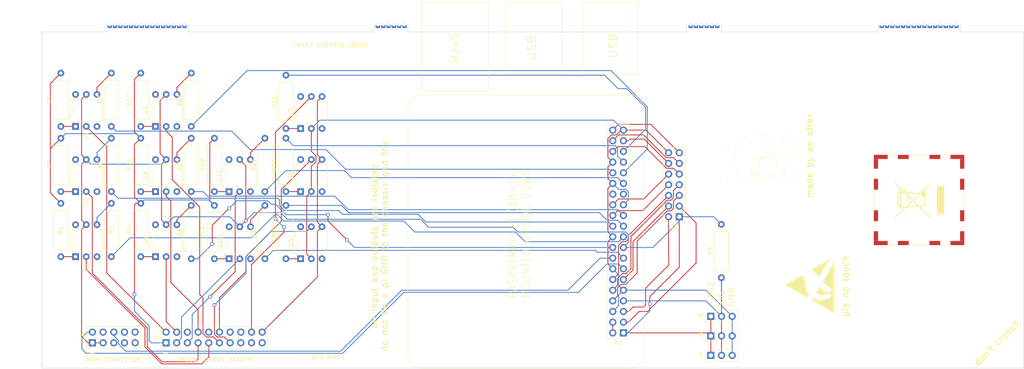
<source format=kicad_pcb>
(kicad_pcb (version 20171130) (host pcbnew "(5.1.4-0-10_14)")
  (title_block (date "15 nov 2012"))
  (layers (0 F.Cu signal) (31 B.Cu signal) (34 B.Paste user) (35 F.Paste user) (36 B.SilkS user) (37 F.SilkS user) (38 B.Mask user) (39 F.Mask user) (44 Edge.Cuts user))
  (net 0 "")
  (net 1 +3V3)
  (net 2 +5V)
  (net 3 GND)
  (net 4 /ID_SD)
  (net 5 /ID_SC)
  (net 6 /GPIO5)
  (net 7 /GPIO6)
  (net 8 /GPIO26)
  (net 9 "/GPIO2(SDA1)")
  (net 10 "/GPIO3(SCL1)")
  (net 11 "/GPIO4(GCLK)")
  (net 12 "/GPIO14(TXD0)")
  (net 13 "/GPIO15(RXD0)")
  (net 14 "/GPIO17(GEN0)")
  (net 15 "/GPIO27(GEN2)")
  (net 16 "/GPIO22(GEN3)")
  (net 17 "/GPIO23(GEN4)")
  (net 18 "/GPIO24(GEN5)")
  (net 19 "/GPIO25(GEN6)")
  (net 20 "/GPIO18(GEN1)(PWM0)")
  (net 21 "/GPIO10(SPI0_MOSI)")
  (net 22 "/GPIO9(SPI0_MISO)")
  (net 23 "/GPIO11(SPI0_SCK)")
  (net 24 "/GPIO8(SPI0_CE_N)")
  (net 25 "/GPIO7(SPI1_CE_N)")
  (net 26 "/GPIO12(PWM0)")
  (net 27 "/GPIO13(PWM1)")
  (net 28 "/GPIO19(SPI1_MISO)")
  (net 29 /GPIO16)
  (net 30 "/GPIO20(SPI1_MOSI)")
  (net 31 "/GPIO21(SPI1_SCK)")
  (net 32 VME_+5VRMT)
  (net 33 VME_LANLED*)
  (net 34 VME_FUSELED*)
  (net 35 VME_SCSILED*)
  (net 36 VME_VMELED*)
  (net 37 "Net-(J1-Pad6)")
  (net 38 VME_RUNLED*)
  (net 39 VME_STATLED*)
  (net 40 VME_FAILLED*)
  (net 41 "Net-(J1-Pad10)")
  (net 42 VME_SCONLED*)
  (net 43 VME_ABORTSW*)
  (net 44 VME_RESETSW*)
  (net 45 "Net-(J1-Pad14)")
  (net 46 "Net-(J1-Pad15)")
  (net 47 "Net-(J1-Pad16)")
  (net 48 "Net-(J1-Pad17)")
  (net 49 VME_IRQ)
  (net 50 "Net-(J1-Pad19)")
  (net 51 VME_GND)
  (net 52 /MON_K100_NC)
  (net 53 /MON_K200_NC)
  (net 54 "Net-(J2-Pad7)")
  (net 55 "Net-(J2-Pad8)")
  (net 56 "Net-(J2-Pad9)")
  (net 57 "Net-(J2-Pad10)")
  (net 58 "Net-(R1-Pad1)")
  (net 59 "Net-(R2-Pad1)")
  (net 60 "Net-(R3-Pad1)")
  (net 61 "Net-(R4-Pad1)")
  (net 62 "Net-(R5-Pad2)")
  (net 63 "Net-(R6-Pad2)")
  (net 64 "Net-(R7-Pad2)")
  (net 65 "Net-(R8-Pad2)")
  (net 66 "Net-(R10-Pad1)")
  (net 67 "Net-(R11-Pad1)")
  (net 68 "Net-(R12-Pad1)")
  (net 69 "Net-(R16-Pad1)")
  (net 70 "Net-(R17-Pad1)")
  (net 71 "Net-(R18-Pad1)")
  (net 72 "Net-(R19-Pad1)")
  (net 73 "Net-(R20-Pad2)")
  (net 74 "Net-(R21-Pad2)")
  (net 75 "Net-(R22-Pad2)")
  (net 76 "Net-(R23-Pad2)")
  (net 77 "Net-(U1-Pad6)")
  (net 78 "Net-(U1-Pad3)")
  (net 79 "Net-(U2-Pad3)")
  (net 80 "Net-(U2-Pad6)")
  (net 81 "Net-(U3-Pad3)")
  (net 82 "Net-(U3-Pad6)")
  (net 83 "Net-(U4-Pad6)")
  (net 84 "Net-(U4-Pad3)")
  (net 85 "Net-(U5-Pad3)")
  (net 86 "Net-(U5-Pad6)")
  (net 87 "Net-(U6-Pad3)")
  (net 88 "Net-(U6-Pad6)")
  (net 89 "Net-(U7-Pad3)")
  (net 90 "Net-(U7-Pad6)")
  (net 91 "Net-(U8-Pad6)")
  (net 92 "Net-(U8-Pad3)")
  (net 93 "Net-(U9-Pad6)")
  (net 94 "Net-(U9-Pad3)")
  (net 95 "Net-(U10-Pad6)")
  (net 96 "Net-(U10-Pad3)")
  (net 97 "Net-(U11-Pad3)")
  (net 98 "Net-(U11-Pad6)")
  (module dashie:Castellated_6row_0.6mmHole_P0.5in (layer F.Cu) (at 189.89 58.35)
    (fp_text reference REF** hide)
    (fp_text value Castellated_15row_0.6mmHole_P0.5in)
    (pad 1 smd roundrect (at 3.14 0.44958) (size 1 0.2) (layers F.Cu F.Mask) (roundrect_rratio 0.5))
    (pad 2 smd roundrect (at 1.87 0.44958) (size 1 0.2) (layers F.Cu F.Mask) (roundrect_rratio 0.5))
    (pad 3 smd roundrect (at 0.6 0.44958) (size 1 0.2) (layers F.Cu F.Mask) (roundrect_rratio 0.5))
    (pad 4 smd roundrect (at -0.67 0.44958) (size 1 0.2) (layers F.Cu F.Mask) (roundrect_rratio 0.5))
    (pad 5 smd roundrect (at -1.94 0.44958) (size 1 0.2) (layers F.Cu F.Mask) (roundrect_rratio 0.5))
    (pad 6 smd roundrect (at -3.21 0.44958) (size 1 0.2) (layers F.Cu F.Mask) (roundrect_rratio 0.5))
    (pad 1 smd rect (at 3.142508 0.37373) (size 1 0.75) (layers B.Cu B.Mask))
    (pad 2 smd rect (at 1.872508 0.37373) (size 1 0.75) (layers B.Cu B.Mask))
    (pad 3 smd rect (at 0.602508 0.37373) (size 1 0.75) (layers B.Cu B.Mask))
    (pad 4 smd rect (at -0.667492 0.37373) (size 1 0.75) (layers B.Cu B.Mask))
    (pad 5 smd rect (at -1.937492 0.37373) (size 1 0.75) (layers B.Cu B.Mask))
    (pad 6 smd rect (at -3.207492 0.37373) (size 1 0.75) (layers B.Cu B.Mask))
    (pad 1 thru_hole circle (at 3.14 0) (size 0.6001 0.6001) (drill 0.6) (layers *.Cu) (clearance 0.001))
    (pad 1 smd rect (at 3.14 0.225) (size 1 0.45) (layers F.Cu F.Mask))
    (pad 2 thru_hole circle (at 1.87 0) (size 0.6001 0.6001) (drill 0.6) (layers *.Cu) (clearance 0.001))
    (pad 2 smd rect (at 1.87 0.225) (size 1 0.45) (layers F.Cu F.Mask))
    (pad 3 thru_hole circle (at 0.6 0) (size 0.6001 0.6001) (drill 0.6) (layers *.Cu) (clearance 0.001))
    (pad 3 smd rect (at 0.6 0.225) (size 1 0.45) (layers F.Cu F.Mask))
    (pad 4 thru_hole circle (at -0.67 0) (size 0.6001 0.6001) (drill 0.6) (layers *.Cu) (clearance 0.001))
    (pad 4 smd rect (at -0.67 0.225) (size 1 0.45) (layers F.Cu F.Mask))
    (pad 5 thru_hole circle (at -1.94 0) (size 0.6001 0.6001) (drill 0.6) (layers *.Cu) (clearance 0.001))
    (pad 5 smd rect (at -1.94 0.225) (size 1 0.45) (layers F.Cu F.Mask))
    (pad 6 thru_hole circle (at -3.21 0) (size 0.6001 0.6001) (drill 0.6) (layers *.Cu) (clearance 0.001))
    (pad 6 smd rect (at -3.21 0.225) (size 1 0.45) (layers F.Cu F.Mask))
  )
  (module dashie:Castellated_6row_0.6mmHole_P0.5in (layer F.Cu) (at 115.55 58.35)
    (fp_text reference REF** hide)
    (fp_text value Castellated_15row_0.6mmHole_P0.5in)
    (pad 1 smd roundrect (at 3.14 0.44958) (size 1 0.2) (layers F.Cu F.Mask) (roundrect_rratio 0.5))
    (pad 2 smd roundrect (at 1.87 0.44958) (size 1 0.2) (layers F.Cu F.Mask) (roundrect_rratio 0.5))
    (pad 3 smd roundrect (at 0.6 0.44958) (size 1 0.2) (layers F.Cu F.Mask) (roundrect_rratio 0.5))
    (pad 4 smd roundrect (at -0.67 0.44958) (size 1 0.2) (layers F.Cu F.Mask) (roundrect_rratio 0.5))
    (pad 5 smd roundrect (at -1.94 0.44958) (size 1 0.2) (layers F.Cu F.Mask) (roundrect_rratio 0.5))
    (pad 6 smd roundrect (at -3.21 0.44958) (size 1 0.2) (layers F.Cu F.Mask) (roundrect_rratio 0.5))
    (pad 1 smd rect (at 3.142508 0.37373) (size 1 0.75) (layers B.Cu B.Mask))
    (pad 2 smd rect (at 1.872508 0.37373) (size 1 0.75) (layers B.Cu B.Mask))
    (pad 3 smd rect (at 0.602508 0.37373) (size 1 0.75) (layers B.Cu B.Mask))
    (pad 4 smd rect (at -0.667492 0.37373) (size 1 0.75) (layers B.Cu B.Mask))
    (pad 5 smd rect (at -1.937492 0.37373) (size 1 0.75) (layers B.Cu B.Mask))
    (pad 6 smd rect (at -3.207492 0.37373) (size 1 0.75) (layers B.Cu B.Mask))
    (pad 1 thru_hole circle (at 3.14 0) (size 0.6001 0.6001) (drill 0.6) (layers *.Cu) (clearance 0.001))
    (pad 1 smd rect (at 3.14 0.225) (size 1 0.45) (layers F.Cu F.Mask))
    (pad 2 thru_hole circle (at 1.87 0) (size 0.6001 0.6001) (drill 0.6) (layers *.Cu) (clearance 0.001))
    (pad 2 smd rect (at 1.87 0.225) (size 1 0.45) (layers F.Cu F.Mask))
    (pad 3 thru_hole circle (at 0.6 0) (size 0.6001 0.6001) (drill 0.6) (layers *.Cu) (clearance 0.001))
    (pad 3 smd rect (at 0.6 0.225) (size 1 0.45) (layers F.Cu F.Mask))
    (pad 4 thru_hole circle (at -0.67 0) (size 0.6001 0.6001) (drill 0.6) (layers *.Cu) (clearance 0.001))
    (pad 4 smd rect (at -0.67 0.225) (size 1 0.45) (layers F.Cu F.Mask))
    (pad 5 thru_hole circle (at -1.94 0) (size 0.6001 0.6001) (drill 0.6) (layers *.Cu) (clearance 0.001))
    (pad 5 smd rect (at -1.94 0.225) (size 1 0.45) (layers F.Cu F.Mask))
    (pad 6 thru_hole circle (at -3.21 0) (size 0.6001 0.6001) (drill 0.6) (layers *.Cu) (clearance 0.001))
    (pad 6 smd rect (at -3.21 0.225) (size 1 0.45) (layers F.Cu F.Mask))
  )
  (module dashie:catellated (layer F.Cu) (at 241 58.35)
    (fp_text reference REF** hide)
    (fp_text value Castellated_15row_0.6mmHole_P0.5in)
    (pad 1 smd roundrect (at 8.89 0.44958) (size 1 0.2) (layers F.Cu F.Mask) (roundrect_rratio 0.5))
    (pad 2 smd roundrect (at 7.62 0.44958) (size 1 0.2) (layers F.Cu F.Mask) (roundrect_rratio 0.5))
    (pad 3 smd roundrect (at 6.35 0.44958) (size 1 0.2) (layers F.Cu F.Mask) (roundrect_rratio 0.5))
    (pad 4 smd roundrect (at 5.08 0.44958) (size 1 0.2) (layers F.Cu F.Mask) (roundrect_rratio 0.5))
    (pad 5 smd roundrect (at 3.81 0.44958) (size 1 0.2) (layers F.Cu F.Mask) (roundrect_rratio 0.5))
    (pad 6 smd roundrect (at 2.54 0.44958) (size 1 0.2) (layers F.Cu F.Mask) (roundrect_rratio 0.5))
    (pad 7 smd roundrect (at 1.27 0.44958) (size 1 0.2) (layers F.Cu F.Mask) (roundrect_rratio 0.5))
    (pad 8 smd roundrect (at 0 0.44958) (size 1 0.2) (layers F.Cu F.Mask) (roundrect_rratio 0.5))
    (pad 9 smd roundrect (at -1.27 0.44958) (size 1 0.2) (layers F.Cu F.Mask) (roundrect_rratio 0.5))
    (pad 10 smd roundrect (at -2.54 0.44958) (size 1 0.2) (layers F.Cu F.Mask) (roundrect_rratio 0.5))
    (pad 11 smd roundrect (at -3.81 0.44958) (size 1 0.2) (layers F.Cu F.Mask) (roundrect_rratio 0.5))
    (pad 12 smd roundrect (at -5.08 0.44958) (size 1 0.2) (layers F.Cu F.Mask) (roundrect_rratio 0.5))
    (pad 13 smd roundrect (at -6.35 0.44958) (size 1 0.2) (layers F.Cu F.Mask) (roundrect_rratio 0.5))
    (pad 14 smd roundrect (at -7.62 0.45) (size 1 0.2) (layers F.Cu F.Mask) (roundrect_rratio 0.5))
    (pad 15 smd roundrect (at -8.89 0.45) (size 1 0.2) (layers F.Cu F.Mask) (roundrect_rratio 0.5))
    (pad 1 smd rect (at 8.892508 0.37373) (size 1 0.75) (layers B.Cu B.Mask))
    (pad 15 smd rect (at -8.887492 0.37373) (size 1 0.75) (layers B.Cu B.Mask))
    (pad 14 smd rect (at -7.617492 0.37373) (size 1 0.75) (layers B.Cu B.Mask))
    (pad 13 smd rect (at -6.347492 0.37373) (size 1 0.75) (layers B.Cu B.Mask))
    (pad 12 smd rect (at -5.077492 0.37373) (size 1 0.75) (layers B.Cu B.Mask))
    (pad 11 smd rect (at -3.807492 0.37373) (size 1 0.75) (layers B.Cu B.Mask))
    (pad 10 smd rect (at -2.537492 0.37373) (size 1 0.75) (layers B.Cu B.Mask))
    (pad 9 smd rect (at -1.267492 0.37373) (size 1 0.75) (layers B.Cu B.Mask))
    (pad 2 smd rect (at 7.622508 0.37373) (size 1 0.75) (layers B.Cu B.Mask))
    (pad 3 smd rect (at 6.352508 0.37373) (size 1 0.75) (layers B.Cu B.Mask))
    (pad 4 smd rect (at 5.082508 0.37373) (size 1 0.75) (layers B.Cu B.Mask))
    (pad 5 smd rect (at 3.812508 0.37373) (size 1 0.75) (layers B.Cu B.Mask))
    (pad 6 smd rect (at 2.542508 0.37373) (size 1 0.75) (layers B.Cu B.Mask))
    (pad 7 smd rect (at 1.272508 0.37373) (size 1 0.75) (layers B.Cu B.Mask))
    (pad 8 smd rect (at 0.002508 0.37373) (size 1 0.75) (layers B.Cu B.Mask))
    (pad 1 thru_hole circle (at 8.89 0) (size 0.6001 0.6001) (drill 0.6) (layers *.Cu) (clearance 0.001))
    (pad 1 smd rect (at 8.89 0.225) (size 1 0.45) (layers F.Cu F.Mask))
    (pad 15 thru_hole circle (at -8.89 0) (size 0.6001 0.6001) (drill 0.6) (layers *.Cu) (clearance 0.001))
    (pad 15 smd rect (at -8.89 0.225) (size 1 0.45) (layers F.Cu F.Mask))
    (pad 14 thru_hole circle (at -7.62 0) (size 0.6001 0.6001) (drill 0.6) (layers *.Cu) (clearance 0.001))
    (pad 14 smd rect (at -7.62 0.225) (size 1 0.45) (layers F.Cu F.Mask))
    (pad 13 thru_hole circle (at -6.35 0) (size 0.6001 0.6001) (drill 0.6) (layers *.Cu) (clearance 0.001))
    (pad 13 smd rect (at -6.35 0.225) (size 1 0.45) (layers F.Cu F.Mask))
    (pad 12 thru_hole circle (at -5.08 0) (size 0.6001 0.6001) (drill 0.6) (layers *.Cu) (clearance 0.001))
    (pad 12 smd rect (at -5.08 0.225) (size 1 0.45) (layers F.Cu F.Mask))
    (pad 11 thru_hole circle (at -3.81 0) (size 0.6001 0.6001) (drill 0.6) (layers *.Cu) (clearance 0.001))
    (pad 11 smd rect (at -3.81 0.225) (size 1 0.45) (layers F.Cu F.Mask))
    (pad 10 thru_hole circle (at -2.54 0) (size 0.6001 0.6001) (drill 0.6) (layers *.Cu) (clearance 0.001))
    (pad 10 smd rect (at -2.54 0.225) (size 1 0.45) (layers F.Cu F.Mask))
    (pad 9 thru_hole circle (at -1.27 0) (size 0.6001 0.6001) (drill 0.6) (layers *.Cu) (clearance 0.001))
    (pad 9 smd rect (at -1.27 0.225) (size 1 0.45) (layers F.Cu F.Mask))
    (pad 2 thru_hole circle (at 7.62 0) (size 0.6001 0.6001) (drill 0.6) (layers *.Cu) (clearance 0.001))
    (pad 2 smd rect (at 7.62 0.225) (size 1 0.45) (layers F.Cu F.Mask))
    (pad 3 thru_hole circle (at 6.35 0) (size 0.6001 0.6001) (drill 0.6) (layers *.Cu) (clearance 0.001))
    (pad 3 smd rect (at 6.35 0.225) (size 1 0.45) (layers F.Cu F.Mask))
    (pad 4 thru_hole circle (at 5.08 0) (size 0.6001 0.6001) (drill 0.6) (layers *.Cu) (clearance 0.001))
    (pad 4 smd rect (at 5.08 0.225) (size 1 0.45) (layers F.Cu F.Mask))
    (pad 5 thru_hole circle (at 3.81 0) (size 0.6001 0.6001) (drill 0.6) (layers *.Cu) (clearance 0.001))
    (pad 5 smd rect (at 3.81 0.225) (size 1 0.45) (layers F.Cu F.Mask))
    (pad 6 thru_hole circle (at 2.54 0) (size 0.6001 0.6001) (drill 0.6) (layers *.Cu) (clearance 0.001))
    (pad 6 smd rect (at 2.54 0.225) (size 1 0.45) (layers F.Cu F.Mask))
    (pad 7 smd rect (at 1.27 0.225) (size 1 0.45) (layers F.Cu F.Mask))
    (pad 7 thru_hole circle (at 1.27 0) (size 0.6001 0.6001) (drill 0.6) (layers *.Cu) (clearance 0.001))
    (pad 8 smd rect (at 0 0.225) (size 1 0.45) (layers F.Cu F.Mask))
    (pad 8 thru_hole circle (at 0 0) (size 0.6001 0.6001) (drill 0.6) (layers *.Cu) (clearance 0.001))
  )
  (module dashie:catellated (layer F.Cu) (at 57.5 58.35)
    (fp_text reference REF** hide)
    (fp_text value Castellated_15row_0.6mmHole_P0.5in)
    (pad 1 smd roundrect (at 8.89 0.44958) (size 1 0.2) (layers F.Cu F.Mask) (roundrect_rratio 0.5))
    (pad 2 smd roundrect (at 7.62 0.44958) (size 1 0.2) (layers F.Cu F.Mask) (roundrect_rratio 0.5))
    (pad 3 smd roundrect (at 6.35 0.44958) (size 1 0.2) (layers F.Cu F.Mask) (roundrect_rratio 0.5))
    (pad 4 smd roundrect (at 5.08 0.44958) (size 1 0.2) (layers F.Cu F.Mask) (roundrect_rratio 0.5))
    (pad 5 smd roundrect (at 3.81 0.44958) (size 1 0.2) (layers F.Cu F.Mask) (roundrect_rratio 0.5))
    (pad 6 smd roundrect (at 2.54 0.44958) (size 1 0.2) (layers F.Cu F.Mask) (roundrect_rratio 0.5))
    (pad 7 smd roundrect (at 1.27 0.44958) (size 1 0.2) (layers F.Cu F.Mask) (roundrect_rratio 0.5))
    (pad 8 smd roundrect (at 0 0.44958) (size 1 0.2) (layers F.Cu F.Mask) (roundrect_rratio 0.5))
    (pad 9 smd roundrect (at -1.27 0.44958) (size 1 0.2) (layers F.Cu F.Mask) (roundrect_rratio 0.5))
    (pad 10 smd roundrect (at -2.54 0.44958) (size 1 0.2) (layers F.Cu F.Mask) (roundrect_rratio 0.5))
    (pad 11 smd roundrect (at -3.81 0.44958) (size 1 0.2) (layers F.Cu F.Mask) (roundrect_rratio 0.5))
    (pad 12 smd roundrect (at -5.08 0.44958) (size 1 0.2) (layers F.Cu F.Mask) (roundrect_rratio 0.5))
    (pad 13 smd roundrect (at -6.35 0.44958) (size 1 0.2) (layers F.Cu F.Mask) (roundrect_rratio 0.5))
    (pad 14 smd roundrect (at -7.62 0.45) (size 1 0.2) (layers F.Cu F.Mask) (roundrect_rratio 0.5))
    (pad 15 smd roundrect (at -8.89 0.45) (size 1 0.2) (layers F.Cu F.Mask) (roundrect_rratio 0.5))
    (pad 1 smd rect (at 8.892508 0.37373) (size 1 0.75) (layers B.Cu B.Mask))
    (pad 15 smd rect (at -8.887492 0.37373) (size 1 0.75) (layers B.Cu B.Mask))
    (pad 14 smd rect (at -7.617492 0.37373) (size 1 0.75) (layers B.Cu B.Mask))
    (pad 13 smd rect (at -6.347492 0.37373) (size 1 0.75) (layers B.Cu B.Mask))
    (pad 12 smd rect (at -5.077492 0.37373) (size 1 0.75) (layers B.Cu B.Mask))
    (pad 11 smd rect (at -3.807492 0.37373) (size 1 0.75) (layers B.Cu B.Mask))
    (pad 10 smd rect (at -2.537492 0.37373) (size 1 0.75) (layers B.Cu B.Mask))
    (pad 9 smd rect (at -1.267492 0.37373) (size 1 0.75) (layers B.Cu B.Mask))
    (pad 2 smd rect (at 7.622508 0.37373) (size 1 0.75) (layers B.Cu B.Mask))
    (pad 3 smd rect (at 6.352508 0.37373) (size 1 0.75) (layers B.Cu B.Mask))
    (pad 4 smd rect (at 5.082508 0.37373) (size 1 0.75) (layers B.Cu B.Mask))
    (pad 5 smd rect (at 3.812508 0.37373) (size 1 0.75) (layers B.Cu B.Mask))
    (pad 6 smd rect (at 2.542508 0.37373) (size 1 0.75) (layers B.Cu B.Mask))
    (pad 7 smd rect (at 1.272508 0.37373) (size 1 0.75) (layers B.Cu B.Mask))
    (pad 8 smd rect (at 0.002508 0.37373) (size 1 0.75) (layers B.Cu B.Mask))
    (pad 1 thru_hole circle (at 8.89 0) (size 0.6001 0.6001) (drill 0.6) (layers *.Cu) (clearance 0.001))
    (pad 1 smd rect (at 8.89 0.225) (size 1 0.45) (layers F.Cu F.Mask))
    (pad 15 thru_hole circle (at -8.89 0) (size 0.6001 0.6001) (drill 0.6) (layers *.Cu) (clearance 0.001))
    (pad 15 smd rect (at -8.89 0.225) (size 1 0.45) (layers F.Cu F.Mask))
    (pad 14 thru_hole circle (at -7.62 0) (size 0.6001 0.6001) (drill 0.6) (layers *.Cu) (clearance 0.001))
    (pad 14 smd rect (at -7.62 0.225) (size 1 0.45) (layers F.Cu F.Mask))
    (pad 13 thru_hole circle (at -6.35 0) (size 0.6001 0.6001) (drill 0.6) (layers *.Cu) (clearance 0.001))
    (pad 13 smd rect (at -6.35 0.225) (size 1 0.45) (layers F.Cu F.Mask))
    (pad 12 thru_hole circle (at -5.08 0) (size 0.6001 0.6001) (drill 0.6) (layers *.Cu) (clearance 0.001))
    (pad 12 smd rect (at -5.08 0.225) (size 1 0.45) (layers F.Cu F.Mask))
    (pad 11 thru_hole circle (at -3.81 0) (size 0.6001 0.6001) (drill 0.6) (layers *.Cu) (clearance 0.001))
    (pad 11 smd rect (at -3.81 0.225) (size 1 0.45) (layers F.Cu F.Mask))
    (pad 10 thru_hole circle (at -2.54 0) (size 0.6001 0.6001) (drill 0.6) (layers *.Cu) (clearance 0.001))
    (pad 10 smd rect (at -2.54 0.225) (size 1 0.45) (layers F.Cu F.Mask))
    (pad 9 thru_hole circle (at -1.27 0) (size 0.6001 0.6001) (drill 0.6) (layers *.Cu) (clearance 0.001))
    (pad 9 smd rect (at -1.27 0.225) (size 1 0.45) (layers F.Cu F.Mask))
    (pad 2 thru_hole circle (at 7.62 0) (size 0.6001 0.6001) (drill 0.6) (layers *.Cu) (clearance 0.001))
    (pad 2 smd rect (at 7.62 0.225) (size 1 0.45) (layers F.Cu F.Mask))
    (pad 3 thru_hole circle (at 6.35 0) (size 0.6001 0.6001) (drill 0.6) (layers *.Cu) (clearance 0.001))
    (pad 3 smd rect (at 6.35 0.225) (size 1 0.45) (layers F.Cu F.Mask))
    (pad 4 thru_hole circle (at 5.08 0) (size 0.6001 0.6001) (drill 0.6) (layers *.Cu) (clearance 0.001))
    (pad 4 smd rect (at 5.08 0.225) (size 1 0.45) (layers F.Cu F.Mask))
    (pad 5 thru_hole circle (at 3.81 0) (size 0.6001 0.6001) (drill 0.6) (layers *.Cu) (clearance 0.001))
    (pad 5 smd rect (at 3.81 0.225) (size 1 0.45) (layers F.Cu F.Mask))
    (pad 6 thru_hole circle (at 2.54 0) (size 0.6001 0.6001) (drill 0.6) (layers *.Cu) (clearance 0.001))
    (pad 6 smd rect (at 2.54 0.225) (size 1 0.45) (layers F.Cu F.Mask))
    (pad 7 smd rect (at 1.27 0.225) (size 1 0.45) (layers F.Cu F.Mask))
    (pad 7 thru_hole circle (at 1.27 0) (size 0.6001 0.6001) (drill 0.6) (layers *.Cu) (clearance 0.001))
    (pad 8 smd rect (at 0 0.225) (size 1 0.45) (layers F.Cu F.Mask))
    (pad 8 thru_hole circle (at 0 0) (size 0.6001 0.6001) (drill 0.6) (layers *.Cu) (clearance 0.001))
  )
  (module Connector_PinHeader_2.54mm:PinHeader_2x20_P2.54mm_Vertical (layer F.Cu) (at 170.73 131.63 180)
    (fp_text reference P1 (at 1.27 -2.33 180) (layer F.SilkS))
    (fp_text value Conn_02x20_Odd_Even)
    (pad 40 thru_hole oval (at 2.54 48.26 180) (size 1.7 1.7) (drill 1) (layers *.Cu *.Mask) (net 31 "/GPIO21(SPI1_SCK)"))
    (pad 39 thru_hole oval (at 0 48.26 180) (size 1.7 1.7) (drill 1) (layers *.Cu *.Mask) (net 3 GND))
    (pad 38 thru_hole oval (at 2.54 45.72 180) (size 1.7 1.7) (drill 1) (layers *.Cu *.Mask) (net 30 "/GPIO20(SPI1_MOSI)"))
    (pad 37 thru_hole oval (at 0 45.72 180) (size 1.7 1.7) (drill 1) (layers *.Cu *.Mask) (net 8 /GPIO26))
    (pad 36 thru_hole oval (at 2.54 43.18 180) (size 1.7 1.7) (drill 1) (layers *.Cu *.Mask) (net 29 /GPIO16))
    (pad 35 thru_hole oval (at 0 43.18 180) (size 1.7 1.7) (drill 1) (layers *.Cu *.Mask) (net 28 "/GPIO19(SPI1_MISO)"))
    (pad 34 thru_hole oval (at 2.54 40.64 180) (size 1.7 1.7) (drill 1) (layers *.Cu *.Mask) (net 3 GND))
    (pad 33 thru_hole oval (at 0 40.64 180) (size 1.7 1.7) (drill 1) (layers *.Cu *.Mask) (net 27 "/GPIO13(PWM1)"))
    (pad 32 thru_hole oval (at 2.54 38.1 180) (size 1.7 1.7) (drill 1) (layers *.Cu *.Mask) (net 26 "/GPIO12(PWM0)"))
    (pad 31 thru_hole oval (at 0 38.1 180) (size 1.7 1.7) (drill 1) (layers *.Cu *.Mask) (net 7 /GPIO6))
    (pad 30 thru_hole oval (at 2.54 35.56 180) (size 1.7 1.7) (drill 1) (layers *.Cu *.Mask) (net 3 GND))
    (pad 29 thru_hole oval (at 0 35.56 180) (size 1.7 1.7) (drill 1) (layers *.Cu *.Mask) (net 6 /GPIO5))
    (pad 28 thru_hole oval (at 2.54 33.02 180) (size 1.7 1.7) (drill 1) (layers *.Cu *.Mask) (net 5 /ID_SC))
    (pad 27 thru_hole oval (at 0 33.02 180) (size 1.7 1.7) (drill 1) (layers *.Cu *.Mask) (net 4 /ID_SD))
    (pad 26 thru_hole oval (at 2.54 30.48 180) (size 1.7 1.7) (drill 1) (layers *.Cu *.Mask) (net 25 "/GPIO7(SPI1_CE_N)"))
    (pad 25 thru_hole oval (at 0 30.48 180) (size 1.7 1.7) (drill 1) (layers *.Cu *.Mask) (net 3 GND))
    (pad 24 thru_hole oval (at 2.54 27.94 180) (size 1.7 1.7) (drill 1) (layers *.Cu *.Mask) (net 24 "/GPIO8(SPI0_CE_N)"))
    (pad 23 thru_hole oval (at 0 27.94 180) (size 1.7 1.7) (drill 1) (layers *.Cu *.Mask) (net 23 "/GPIO11(SPI0_SCK)"))
    (pad 22 thru_hole oval (at 2.54 25.4 180) (size 1.7 1.7) (drill 1) (layers *.Cu *.Mask) (net 19 "/GPIO25(GEN6)"))
    (pad 21 thru_hole oval (at 0 25.4 180) (size 1.7 1.7) (drill 1) (layers *.Cu *.Mask) (net 22 "/GPIO9(SPI0_MISO)"))
    (pad 20 thru_hole oval (at 2.54 22.86 180) (size 1.7 1.7) (drill 1) (layers *.Cu *.Mask) (net 3 GND))
    (pad 19 thru_hole oval (at 0 22.86 180) (size 1.7 1.7) (drill 1) (layers *.Cu *.Mask) (net 21 "/GPIO10(SPI0_MOSI)"))
    (pad 18 thru_hole oval (at 2.54 20.32 180) (size 1.7 1.7) (drill 1) (layers *.Cu *.Mask) (net 18 "/GPIO24(GEN5)"))
    (pad 17 thru_hole oval (at 0 20.32 180) (size 1.7 1.7) (drill 1) (layers *.Cu *.Mask) (net 1 +3V3))
    (pad 16 thru_hole oval (at 2.54 17.78 180) (size 1.7 1.7) (drill 1) (layers *.Cu *.Mask) (net 17 "/GPIO23(GEN4)"))
    (pad 15 thru_hole oval (at 0 17.78 180) (size 1.7 1.7) (drill 1) (layers *.Cu *.Mask) (net 16 "/GPIO22(GEN3)"))
    (pad 14 thru_hole oval (at 2.54 15.24 180) (size 1.7 1.7) (drill 1) (layers *.Cu *.Mask) (net 3 GND))
    (pad 13 thru_hole oval (at 0 15.24 180) (size 1.7 1.7) (drill 1) (layers *.Cu *.Mask) (net 15 "/GPIO27(GEN2)"))
    (pad 12 thru_hole oval (at 2.54 12.7 180) (size 1.7 1.7) (drill 1) (layers *.Cu *.Mask) (net 20 "/GPIO18(GEN1)(PWM0)"))
    (pad 11 thru_hole oval (at 0 12.7 180) (size 1.7 1.7) (drill 1) (layers *.Cu *.Mask) (net 14 "/GPIO17(GEN0)"))
    (pad 10 thru_hole oval (at 2.54 10.16 180) (size 1.7 1.7) (drill 1) (layers *.Cu *.Mask) (net 13 "/GPIO15(RXD0)"))
    (pad 9 thru_hole oval (at 0 10.16 180) (size 1.7 1.7) (drill 1) (layers *.Cu *.Mask) (net 3 GND))
    (pad 8 thru_hole oval (at 2.54 7.62 180) (size 1.7 1.7) (drill 1) (layers *.Cu *.Mask) (net 12 "/GPIO14(TXD0)"))
    (pad 7 thru_hole oval (at 0 7.62 180) (size 1.7 1.7) (drill 1) (layers *.Cu *.Mask) (net 11 "/GPIO4(GCLK)"))
    (pad 6 thru_hole oval (at 2.54 5.08 180) (size 1.7 1.7) (drill 1) (layers *.Cu *.Mask) (net 3 GND))
    (pad 5 thru_hole oval (at 0 5.08 180) (size 1.7 1.7) (drill 1) (layers *.Cu *.Mask) (net 10 "/GPIO3(SCL1)"))
    (pad 4 thru_hole oval (at 2.54 2.54 180) (size 1.7 1.7) (drill 1) (layers *.Cu *.Mask) (net 2 +5V))
    (pad 3 thru_hole oval (at 0 2.54 180) (size 1.7 1.7) (drill 1) (layers *.Cu *.Mask) (net 9 "/GPIO2(SDA1)"))
    (pad 2 thru_hole oval (at 2.54 0 180) (size 1.7 1.7) (drill 1) (layers *.Cu *.Mask) (net 2 +5V))
    (pad 1 thru_hole rect (at 0 0 180) (size 1.7 1.7) (drill 1) (layers *.Cu *.Mask) (net 1 +3V3))
  )
  (module Resistor_THT:R_Axial_DIN0309_L9.0mm_D3.2mm_P12.70mm_Horizontal (layer F.Cu) (at 90.5 114 90)
    (fp_text reference R10 (at 6.35 -2.72 90) (layer F.SilkS))
    (fp_text value 220)
    (pad 2 thru_hole oval (at 12.7 0 90) (size 1.6 1.6) (drill 0.8) (layers *.Cu *.Mask) (net 22 "/GPIO9(SPI0_MISO)"))
    (pad 1 thru_hole circle (at 0 0 90) (size 1.6 1.6) (drill 0.8) (layers *.Cu *.Mask) (net 66 "Net-(R10-Pad1)"))
  )
  (module Connector_PinHeader_2.54mm:PinHeader_1x03_P2.54mm_Vertical (layer F.Cu) (at 191.5 127.7 90)
    (fp_text reference J6 (at 0 -2.33 90) (layer F.SilkS))
    (fp_text value TEMP3)
    (pad 3 thru_hole oval (at 0 5.08 90) (size 1.7 1.7) (drill 1) (layers *.Cu *.Mask) (net 3 GND))
    (pad 2 thru_hole oval (at 0 2.54 90) (size 1.7 1.7) (drill 1) (layers *.Cu *.Mask) (net 11 "/GPIO4(GCLK)"))
    (pad 1 thru_hole rect (at 0 0 90) (size 1.7 1.7) (drill 1) (layers *.Cu *.Mask) (net 1 +3V3))
  )
  (module Connector_PinHeader_2.54mm:PinHeader_1x03_P2.54mm_Vertical (layer F.Cu) (at 191.5 132.35 90)
    (fp_text reference J5 (at 0 -2.33 90) (layer F.SilkS))
    (fp_text value TEMP2)
    (pad 3 thru_hole oval (at 0 5.08 90) (size 1.7 1.7) (drill 1) (layers *.Cu *.Mask) (net 3 GND))
    (pad 2 thru_hole oval (at 0 2.54 90) (size 1.7 1.7) (drill 1) (layers *.Cu *.Mask) (net 11 "/GPIO4(GCLK)"))
    (pad 1 thru_hole rect (at 0 0 90) (size 1.7 1.7) (drill 1) (layers *.Cu *.Mask) (net 1 +3V3))
  )
  (module Connector_PinHeader_2.54mm:PinHeader_1x03_P2.54mm_Vertical (layer F.Cu) (at 191.5 137 90)
    (fp_text reference J4 (at 0 -2.33 90) (layer F.SilkS))
    (fp_text value TEMP1)
    (pad 3 thru_hole oval (at 0 5.08 90) (size 1.7 1.7) (drill 1) (layers *.Cu *.Mask) (net 3 GND))
    (pad 2 thru_hole oval (at 0 2.54 90) (size 1.7 1.7) (drill 1) (layers *.Cu *.Mask) (net 11 "/GPIO4(GCLK)"))
    (pad 1 thru_hole rect (at 0 0 90) (size 1.7 1.7) (drill 1) (layers *.Cu *.Mask) (net 1 +3V3))
  )
  (module RF_Shielding:Wuerth_36103205_20x20mm (layer F.Cu) (at 241 100 90)
    (fp_text reference REF** hide)
    (fp_text value Wuerth_36103205_20x20mm)
    (pad 1 smd rect (at 10.25 8.6 90) (size 1 2.3) (layers F.Cu F.Paste F.Mask))
    (pad 1 smd rect (at -10.25 8.6 90) (size 1 2.3) (layers F.Cu F.Paste F.Mask))
    (pad 1 smd rect (at 10.25 3.75 90) (size 1 2.6) (layers F.Cu F.Paste F.Mask))
    (pad 1 smd rect (at -10.25 3.75 90) (size 1 2.6) (layers F.Cu F.Paste F.Mask))
    (pad 1 smd rect (at 10.25 -3.75 90) (size 1 2.6) (layers F.Cu F.Paste F.Mask))
    (pad 1 smd rect (at -10.25 -3.75 90) (size 1 2.6) (layers F.Cu F.Paste F.Mask))
    (pad 1 smd rect (at 10.25 -8.6 90) (size 1 2.3) (layers F.Cu F.Paste F.Mask))
    (pad 1 smd rect (at -10.25 -8.6 90) (size 1 2.3) (layers F.Cu F.Paste F.Mask))
    (pad 1 smd rect (at 8.6 10.25 90) (size 2.3 1) (layers F.Cu F.Paste F.Mask))
    (pad 1 smd rect (at 8.6 -10.25 90) (size 2.3 1) (layers F.Cu F.Paste F.Mask))
    (pad 1 smd rect (at 3.75 10.25 90) (size 2.6 1) (layers F.Cu F.Paste F.Mask))
    (pad 1 smd rect (at 3.75 -10.25 90) (size 2.6 1) (layers F.Cu F.Paste F.Mask))
    (pad 1 smd rect (at -3.75 10.25 90) (size 2.6 1) (layers F.Cu F.Paste F.Mask))
    (pad 1 smd rect (at -3.75 -10.25 90) (size 2.6 1) (layers F.Cu F.Paste F.Mask))
    (pad 1 smd rect (at -8.6 10.25 90) (size 2.3 1) (layers F.Cu F.Paste F.Mask))
    (pad 1 smd rect (at -8.6 -10.25 90) (size 2.3 1) (layers F.Cu F.Paste F.Mask))
    (pad 1 smd rect (at -10.25 10.25 90) (size 1 1) (layers F.Cu F.Paste F.Mask))
    (pad 1 smd rect (at 10.25 10.25 90) (size 1 1) (layers F.Cu F.Paste F.Mask))
    (pad 1 smd rect (at 10.25 -10.25 90) (size 1 1) (layers F.Cu F.Paste F.Mask))
    (pad 1 smd rect (at -10.25 -10.25 90) (size 1 1) (layers F.Cu F.Paste F.Mask))
  )
  (module Symbol:WEEE-Logo_8.4x12mm_SilkScreen (layer F.Cu) (at 241 100 90)
    (fp_text reference REF** hide)
    (fp_text value WEEE-Logo_8.4x12mm_SilkScreen hide)
  )
  (module dashie:LoutreFilligrane (layer F.Cu) (at 203.5 90 90)
    (fp_text reference G*** hide)
    (fp_text value LOGO hide)
  )
  (module Symbol:ESD-Logo_13.2x12mm_SilkScreen (layer F.Cu) (at 215 120.5 90)
    (fp_text reference REF** hide)
    (fp_text value ESD-Logo_13.2x12mm_SilkScreen hide)
  )
  (module MountingHole:MountingHole_2.7mm_M2.5 (layer F.Cu) (at 259.9 66 90)
    (fp_text reference MK8 hide)
    (fp_text value M2.5)
    (pad 1 np_thru_hole circle (at 0 0 90) (size 2.7 2.7) (drill 2.7) (layers *.Cu *.Mask))
  )
  (module MountingHole:MountingHole_2.7mm_M2.5 (layer F.Cu) (at 190.5 66 90)
    (fp_text reference MK7 hide)
    (fp_text value M2.5)
    (pad 1 np_thru_hole circle (at 0 0 90) (size 2.7 2.7) (drill 2.7) (layers *.Cu *.Mask))
  )
  (module MountingHole:MountingHole_2.7mm_M2.5 (layer F.Cu) (at 115.5 66 90)
    (fp_text reference MK6 hide)
    (fp_text value M2.5)
    (pad 1 np_thru_hole circle (at 0 0 90) (size 2.7 2.7) (drill 2.7) (layers *.Cu *.Mask))
  )
  (module MountingHole:MountingHole_2.7mm_M2.5 (layer F.Cu) (at 38.5 66 90)
    (fp_text reference MK5 hide)
    (fp_text value M2.5)
    (pad 1 np_thru_hole circle (at 0 0 90) (size 2.7 2.7) (drill 2.7) (layers *.Cu *.Mask))
  )
  (module Connector_PinHeader_2.54mm:PinHeader_2x07_P2.54mm_Vertical (layer F.Cu) (at 184 104 180)
    (fp_text reference J3 (at 1.27 -2.33) (layer F.SilkS))
    (fp_text value ACC)
    (pad 14 thru_hole oval (at 2.54 15.24 180) (size 1.7 1.7) (drill 1) (layers *.Cu *.Mask) (net 3 GND))
    (pad 13 thru_hole oval (at 0 15.24 180) (size 1.7 1.7) (drill 1) (layers *.Cu *.Mask) (net 31 "/GPIO21(SPI1_SCK)"))
    (pad 12 thru_hole oval (at 2.54 12.7 180) (size 1.7 1.7) (drill 1) (layers *.Cu *.Mask) (net 8 /GPIO26))
    (pad 11 thru_hole oval (at 0 12.7 180) (size 1.7 1.7) (drill 1) (layers *.Cu *.Mask) (net 30 "/GPIO20(SPI1_MOSI)"))
    (pad 10 thru_hole oval (at 2.54 10.16 180) (size 1.7 1.7) (drill 1) (layers *.Cu *.Mask) (net 25 "/GPIO7(SPI1_CE_N)"))
    (pad 9 thru_hole oval (at 0 10.16 180) (size 1.7 1.7) (drill 1) (layers *.Cu *.Mask) (net 29 /GPIO16))
    (pad 8 thru_hole oval (at 2.54 7.62 180) (size 1.7 1.7) (drill 1) (layers *.Cu *.Mask) (net 24 "/GPIO8(SPI0_CE_N)"))
    (pad 7 thru_hole oval (at 0 7.62 180) (size 1.7 1.7) (drill 1) (layers *.Cu *.Mask) (net 13 "/GPIO15(RXD0)"))
    (pad 6 thru_hole oval (at 2.54 5.08 180) (size 1.7 1.7) (drill 1) (layers *.Cu *.Mask) (net 20 "/GPIO18(GEN1)(PWM0)"))
    (pad 5 thru_hole oval (at 0 5.08 180) (size 1.7 1.7) (drill 1) (layers *.Cu *.Mask) (net 12 "/GPIO14(TXD0)"))
    (pad 4 thru_hole oval (at 2.54 2.54 180) (size 1.7 1.7) (drill 1) (layers *.Cu *.Mask) (net 14 "/GPIO17(GEN0)"))
    (pad 3 thru_hole oval (at 0 2.54 180) (size 1.7 1.7) (drill 1) (layers *.Cu *.Mask) (net 9 "/GPIO2(SDA1)"))
    (pad 2 thru_hole oval (at 2.54 0 180) (size 1.7 1.7) (drill 1) (layers *.Cu *.Mask) (net 10 "/GPIO3(SCL1)"))
    (pad 1 thru_hole rect (at 0 0 180) (size 1.7 1.7) (drill 1) (layers *.Cu *.Mask) (net 1 +3V3))
  )
  (module Connector_PinHeader_2.54mm:PinHeader_2x05_P2.54mm_Vertical (layer F.Cu) (at 44.5 134 90)
    (fp_text reference J2 (at 1.27 -2.33 90) (layer F.SilkS))
    (fp_text value "MON CONNECTOR" (at -4 5) (layer F.SilkS))
    (pad 10 thru_hole oval (at 2.54 10.16 90) (size 1.7 1.7) (drill 1) (layers *.Cu *.Mask) (net 57 "Net-(J2-Pad10)"))
    (pad 9 thru_hole oval (at 0 10.16 90) (size 1.7 1.7) (drill 1) (layers *.Cu *.Mask) (net 56 "Net-(J2-Pad9)"))
    (pad 8 thru_hole oval (at 2.54 7.62 90) (size 1.7 1.7) (drill 1) (layers *.Cu *.Mask) (net 55 "Net-(J2-Pad8)"))
    (pad 7 thru_hole oval (at 0 7.62 90) (size 1.7 1.7) (drill 1) (layers *.Cu *.Mask) (net 54 "Net-(J2-Pad7)"))
    (pad 6 thru_hole oval (at 2.54 5.08 90) (size 1.7 1.7) (drill 1) (layers *.Cu *.Mask) (net 17 "/GPIO23(GEN4)"))
    (pad 5 thru_hole oval (at 0 5.08 90) (size 1.7 1.7) (drill 1) (layers *.Cu *.Mask) (net 53 /MON_K200_NC))
    (pad 4 thru_hole oval (at 2.54 2.54 90) (size 1.7 1.7) (drill 1) (layers *.Cu *.Mask) (net 52 /MON_K100_NC))
    (pad 3 thru_hole oval (at 0 2.54 90) (size 1.7 1.7) (drill 1) (layers *.Cu *.Mask) (net 1 +3V3))
    (pad 2 thru_hole oval (at 2.54 0 90) (size 1.7 1.7) (drill 1) (layers *.Cu *.Mask) (net 15 "/GPIO27(GEN2)"))
    (pad 1 thru_hole rect (at 0 0 90) (size 1.7 1.7) (drill 1) (layers *.Cu *.Mask) (net 1 +3V3))
  )
  (module MountingHole:MountingHole_2.7mm_M2.5 (layer B.Cu) (at 123 78.5 90)
    (fp_text reference MK4 hide)
    (fp_text value M2.5)
    (pad 1 np_thru_hole circle (at 0 0 90) (size 2.7 2.7) (drill 2.7) (layers *.Cu *.Mask))
  )
  (module MountingHole:MountingHole_2.7mm_M2.5 (layer B.Cu) (at 123 136.5 90)
    (fp_text reference MK3 hide)
    (fp_text value M2.5)
    (pad 1 np_thru_hole circle (at 0 0 90) (size 2.7 2.7) (drill 2.7) (layers *.Cu *.Mask))
  )
  (module MountingHole:MountingHole_2.7mm_M2.5 (layer B.Cu) (at 172 78.5 270)
    (fp_text reference MK2 hide)
    (fp_text value M2.5)
    (pad 1 np_thru_hole circle (at 0 0 270) (size 2.7 2.7) (drill 2.7) (layers *.Cu *.Mask))
  )
  (module MountingHole:MountingHole_2.7mm_M2.5 (layer B.Cu) (at 172 136.5 270)
    (fp_text reference MK1 hide)
    (fp_text value M2.5)
    (pad 1 np_thru_hole circle (at 0 0 270) (size 2.7 2.7) (drill 2.7) (layers *.Cu *.Mask))
  )
  (module Connector_PinHeader_2.54mm:PinHeader_2x10_P2.54mm_Vertical (layer F.Cu) (at 62 134 90)
    (fp_text reference J1 (at 1.27 -2.33 90) (layer F.SilkS))
    (fp_text value "VME167 DEBUG HEADER" (at -4 11.5) (layer F.SilkS))
    (pad 1 thru_hole rect (at 0 0 90) (size 1.7 1.7) (drill 1) (layers *.Cu *.Mask) (net 32 VME_+5VRMT))
    (pad 2 thru_hole oval (at 2.54 0 90) (size 1.7 1.7) (drill 1) (layers *.Cu *.Mask) (net 33 VME_LANLED*))
    (pad 3 thru_hole oval (at 0 2.54 90) (size 1.7 1.7) (drill 1) (layers *.Cu *.Mask) (net 34 VME_FUSELED*))
    (pad 4 thru_hole oval (at 2.54 2.54 90) (size 1.7 1.7) (drill 1) (layers *.Cu *.Mask) (net 35 VME_SCSILED*))
    (pad 5 thru_hole oval (at 0 5.08 90) (size 1.7 1.7) (drill 1) (layers *.Cu *.Mask) (net 36 VME_VMELED*))
    (pad 6 thru_hole oval (at 2.54 5.08 90) (size 1.7 1.7) (drill 1) (layers *.Cu *.Mask) (net 37 "Net-(J1-Pad6)"))
    (pad 7 thru_hole oval (at 0 7.62 90) (size 1.7 1.7) (drill 1) (layers *.Cu *.Mask) (net 38 VME_RUNLED*))
    (pad 8 thru_hole oval (at 2.54 7.62 90) (size 1.7 1.7) (drill 1) (layers *.Cu *.Mask) (net 39 VME_STATLED*))
    (pad 9 thru_hole oval (at 0 10.16 90) (size 1.7 1.7) (drill 1) (layers *.Cu *.Mask) (net 40 VME_FAILLED*))
    (pad 10 thru_hole oval (at 2.54 10.16 90) (size 1.7 1.7) (drill 1) (layers *.Cu *.Mask) (net 41 "Net-(J1-Pad10)"))
    (pad 11 thru_hole oval (at 0 12.7 90) (size 1.7 1.7) (drill 1) (layers *.Cu *.Mask) (net 42 VME_SCONLED*))
    (pad 12 thru_hole oval (at 2.54 12.7 90) (size 1.7 1.7) (drill 1) (layers *.Cu *.Mask) (net 43 VME_ABORTSW*))
    (pad 13 thru_hole oval (at 0 15.24 90) (size 1.7 1.7) (drill 1) (layers *.Cu *.Mask) (net 44 VME_RESETSW*))
    (pad 14 thru_hole oval (at 2.54 15.24 90) (size 1.7 1.7) (drill 1) (layers *.Cu *.Mask) (net 45 "Net-(J1-Pad14)"))
    (pad 15 thru_hole oval (at 0 17.78 90) (size 1.7 1.7) (drill 1) (layers *.Cu *.Mask) (net 46 "Net-(J1-Pad15)"))
    (pad 16 thru_hole oval (at 2.54 17.78 90) (size 1.7 1.7) (drill 1) (layers *.Cu *.Mask) (net 47 "Net-(J1-Pad16)"))
    (pad 17 thru_hole oval (at 0 20.32 90) (size 1.7 1.7) (drill 1) (layers *.Cu *.Mask) (net 48 "Net-(J1-Pad17)"))
    (pad 18 thru_hole oval (at 2.54 20.32 90) (size 1.7 1.7) (drill 1) (layers *.Cu *.Mask) (net 49 VME_IRQ))
    (pad 19 thru_hole oval (at 0 22.86 90) (size 1.7 1.7) (drill 1) (layers *.Cu *.Mask) (net 50 "Net-(J1-Pad19)"))
    (pad 20 thru_hole oval (at 2.54 22.86 90) (size 1.7 1.7) (drill 1) (layers *.Cu *.Mask) (net 51 VME_GND))
  )
  (module Resistor_THT:R_Axial_DIN0309_L9.0mm_D3.2mm_P12.70mm_Horizontal (layer F.Cu) (at 37 113.5 90)
    (fp_text reference R1 (at 6.35 0 90) (layer F.SilkS))
    (fp_text value 4.7k)
    (pad 1 thru_hole circle (at 0 0 90) (size 1.6 1.6) (drill 0.8) (layers *.Cu *.Mask) (net 58 "Net-(R1-Pad1)"))
    (pad 2 thru_hole oval (at 12.7 0 90) (size 1.6 1.6) (drill 0.8) (layers *.Cu *.Mask) (net 32 VME_+5VRMT))
  )
  (module Resistor_THT:R_Axial_DIN0309_L9.0mm_D3.2mm_P12.70mm_Horizontal (layer F.Cu) (at 37 98 90)
    (fp_text reference R2 (at 6.35 -2.72 90) (layer F.SilkS))
    (fp_text value 4.7k)
    (pad 2 thru_hole oval (at 12.7 0 90) (size 1.6 1.6) (drill 0.8) (layers *.Cu *.Mask) (net 32 VME_+5VRMT))
    (pad 1 thru_hole circle (at 0 0 90) (size 1.6 1.6) (drill 0.8) (layers *.Cu *.Mask) (net 59 "Net-(R2-Pad1)"))
  )
  (module Resistor_THT:R_Axial_DIN0309_L9.0mm_D3.2mm_P12.70mm_Horizontal (layer F.Cu) (at 37 82.5 90)
    (fp_text reference R3 (at 6.35 -2.72 90) (layer F.SilkS))
    (fp_text value 4.7k)
    (pad 1 thru_hole circle (at 0 0 90) (size 1.6 1.6) (drill 0.8) (layers *.Cu *.Mask) (net 60 "Net-(R3-Pad1)"))
    (pad 2 thru_hole oval (at 12.7 0 90) (size 1.6 1.6) (drill 0.8) (layers *.Cu *.Mask) (net 32 VME_+5VRMT))
  )
  (module Resistor_THT:R_Axial_DIN0309_L9.0mm_D3.2mm_P12.70mm_Horizontal (layer F.Cu) (at 56 113.5 90)
    (fp_text reference R4 (at 6.35 -2.72 90) (layer F.SilkS))
    (fp_text value 4.7k)
    (pad 2 thru_hole oval (at 12.7 0 90) (size 1.6 1.6) (drill 0.8) (layers *.Cu *.Mask) (net 32 VME_+5VRMT))
    (pad 1 thru_hole circle (at 0 0 90) (size 1.6 1.6) (drill 0.8) (layers *.Cu *.Mask) (net 61 "Net-(R4-Pad1)"))
  )
  (module Resistor_THT:R_Axial_DIN0309_L9.0mm_D3.2mm_P12.70mm_Horizontal (layer F.Cu) (at 49 113.5 90)
    (fp_text reference R5 (at 6.35 0 90) (layer F.SilkS))
    (fp_text value 1k)
    (pad 1 thru_hole circle (at 0 0 90) (size 1.6 1.6) (drill 0.8) (layers *.Cu *.Mask) (net 21 "/GPIO10(SPI0_MOSI)"))
    (pad 2 thru_hole oval (at 12.7 0 90) (size 1.6 1.6) (drill 0.8) (layers *.Cu *.Mask) (net 62 "Net-(R5-Pad2)"))
  )
  (module Resistor_THT:R_Axial_DIN0309_L9.0mm_D3.2mm_P12.70mm_Horizontal (layer F.Cu) (at 49 98 90)
    (fp_text reference R6 (at 6.35 -2.72 90) (layer F.SilkS))
    (fp_text value 1k)
    (pad 2 thru_hole oval (at 12.7 0 90) (size 1.6 1.6) (drill 0.8) (layers *.Cu *.Mask) (net 63 "Net-(R6-Pad2)"))
    (pad 1 thru_hole circle (at 0 0 90) (size 1.6 1.6) (drill 0.8) (layers *.Cu *.Mask) (net 19 "/GPIO25(GEN6)"))
  )
  (module Resistor_THT:R_Axial_DIN0309_L9.0mm_D3.2mm_P12.70mm_Horizontal (layer F.Cu) (at 49 82.5 90)
    (fp_text reference R7 (at 6.35 -2.72 90) (layer F.SilkS))
    (fp_text value 1k)
    (pad 1 thru_hole circle (at 0 0 90) (size 1.6 1.6) (drill 0.8) (layers *.Cu *.Mask) (net 26 "/GPIO12(PWM0)"))
    (pad 2 thru_hole oval (at 12.7 0 90) (size 1.6 1.6) (drill 0.8) (layers *.Cu *.Mask) (net 64 "Net-(R7-Pad2)"))
  )
  (module Resistor_THT:R_Axial_DIN0309_L9.0mm_D3.2mm_P12.70mm_Horizontal (layer F.Cu) (at 68 114 90)
    (fp_text reference R8 (at 6.35 -2.72 90) (layer F.SilkS))
    (fp_text value 1k)
    (pad 2 thru_hole oval (at 12.7 0 90) (size 1.6 1.6) (drill 0.8) (layers *.Cu *.Mask) (net 65 "Net-(R8-Pad2)"))
    (pad 1 thru_hole circle (at 0 0 90) (size 1.6 1.6) (drill 0.8) (layers *.Cu *.Mask) (net 18 "/GPIO24(GEN5)"))
  )
  (module Resistor_THT:R_Axial_DIN0309_L9.0mm_D3.2mm_P12.70mm_Horizontal (layer F.Cu) (at 194 118.5 90)
    (fp_text reference R9 (at 6.35 -2.72 90) (layer F.SilkS))
    (fp_text value 4.7k)
    (pad 1 thru_hole circle (at 0 0 90) (size 1.6 1.6) (drill 0.8) (layers *.Cu *.Mask) (net 11 "/GPIO4(GCLK)"))
    (pad 2 thru_hole oval (at 12.7 0 90) (size 1.6 1.6) (drill 0.8) (layers *.Cu *.Mask) (net 1 +3V3))
  )
  (module Resistor_THT:R_Axial_DIN0309_L9.0mm_D3.2mm_P12.70mm_Horizontal (layer F.Cu) (at 90.5 98 90)
    (fp_text reference R11 (at 6.35 -2.72 90) (layer F.SilkS))
    (fp_text value 220)
    (pad 1 thru_hole circle (at 0 0 90) (size 1.6 1.6) (drill 0.8) (layers *.Cu *.Mask) (net 67 "Net-(R11-Pad1)"))
    (pad 2 thru_hole oval (at 12.7 0 90) (size 1.6 1.6) (drill 0.8) (layers *.Cu *.Mask) (net 27 "/GPIO13(PWM1)"))
  )
  (module Resistor_THT:R_Axial_DIN0309_L9.0mm_D3.2mm_P12.70mm_Horizontal (layer F.Cu) (at 90.5 83 90)
    (fp_text reference R12 (at 6.35 -2.72 90) (layer F.SilkS))
    (fp_text value 220)
    (pad 2 thru_hole oval (at 12.7 0 90) (size 1.6 1.6) (drill 0.8) (layers *.Cu *.Mask) (net 28 "/GPIO19(SPI1_MISO)"))
    (pad 1 thru_hole circle (at 0 0 90) (size 1.6 1.6) (drill 0.8) (layers *.Cu *.Mask) (net 68 "Net-(R12-Pad1)"))
  )
  (module Resistor_THT:R_Axial_DIN0309_L9.0mm_D3.2mm_P12.70mm_Horizontal (layer F.Cu) (at 56 98 90)
    (fp_text reference R16 (at 6.35 -2.72 90) (layer F.SilkS))
    (fp_text value 4.7k)
    (pad 2 thru_hole oval (at 12.7 0 90) (size 1.6 1.6) (drill 0.8) (layers *.Cu *.Mask) (net 32 VME_+5VRMT))
    (pad 1 thru_hole circle (at 0 0 90) (size 1.6 1.6) (drill 0.8) (layers *.Cu *.Mask) (net 69 "Net-(R16-Pad1)"))
  )
  (module Resistor_THT:R_Axial_DIN0309_L9.0mm_D3.2mm_P12.70mm_Horizontal (layer F.Cu) (at 56 82.5 90)
    (fp_text reference R17 (at 6.35 -2.72 90) (layer F.SilkS))
    (fp_text value 4.7k)
    (pad 1 thru_hole circle (at 0 0 90) (size 1.6 1.6) (drill 0.8) (layers *.Cu *.Mask) (net 70 "Net-(R17-Pad1)"))
    (pad 2 thru_hole oval (at 12.7 0 90) (size 1.6 1.6) (drill 0.8) (layers *.Cu *.Mask) (net 32 VME_+5VRMT))
  )
  (module Resistor_THT:R_Axial_DIN0309_L9.0mm_D3.2mm_P12.70mm_Horizontal (layer F.Cu) (at 73.5 114 90)
    (fp_text reference R18 (at 6.35 -2.72 90) (layer F.SilkS))
    (fp_text value 4.7k)
    (pad 2 thru_hole oval (at 12.7 0 90) (size 1.6 1.6) (drill 0.8) (layers *.Cu *.Mask) (net 32 VME_+5VRMT))
    (pad 1 thru_hole circle (at 0 0 90) (size 1.6 1.6) (drill 0.8) (layers *.Cu *.Mask) (net 71 "Net-(R18-Pad1)"))
  )
  (module Resistor_THT:R_Axial_DIN0309_L9.0mm_D3.2mm_P12.70mm_Horizontal (layer F.Cu) (at 73.5 98 90)
    (fp_text reference R19 (at 6.35 -2.72 90) (layer F.SilkS))
    (fp_text value 4.7k)
    (pad 1 thru_hole circle (at 0 0 90) (size 1.6 1.6) (drill 0.8) (layers *.Cu *.Mask) (net 72 "Net-(R19-Pad1)"))
    (pad 2 thru_hole oval (at 12.7 0 90) (size 1.6 1.6) (drill 0.8) (layers *.Cu *.Mask) (net 32 VME_+5VRMT))
  )
  (module Resistor_THT:R_Axial_DIN0309_L9.0mm_D3.2mm_P12.70mm_Horizontal (layer F.Cu) (at 68 98 90)
    (fp_text reference R20 (at 6.35 -2.72 90) (layer F.SilkS))
    (fp_text value 1k)
    (pad 2 thru_hole oval (at 12.7 0 90) (size 1.6 1.6) (drill 0.8) (layers *.Cu *.Mask) (net 73 "Net-(R20-Pad2)"))
    (pad 1 thru_hole circle (at 0 0 90) (size 1.6 1.6) (drill 0.8) (layers *.Cu *.Mask) (net 23 "/GPIO11(SPI0_SCK)"))
  )
  (module Resistor_THT:R_Axial_DIN0309_L9.0mm_D3.2mm_P12.70mm_Horizontal (layer F.Cu) (at 68 82.5 90)
    (fp_text reference R21 (at 6.35 -2.72 90) (layer F.SilkS))
    (fp_text value 1k)
    (pad 1 thru_hole circle (at 0 0 90) (size 1.6 1.6) (drill 0.8) (layers *.Cu *.Mask) (net 7 /GPIO6))
    (pad 2 thru_hole oval (at 12.7 0 90) (size 1.6 1.6) (drill 0.8) (layers *.Cu *.Mask) (net 74 "Net-(R21-Pad2)"))
  )
  (module Resistor_THT:R_Axial_DIN0309_L9.0mm_D3.2mm_P12.70mm_Horizontal (layer F.Cu) (at 85.5 114 90)
    (fp_text reference R22 (at 6.35 -2.72 90) (layer F.SilkS))
    (fp_text value 1k)
    (pad 2 thru_hole oval (at 12.7 0 90) (size 1.6 1.6) (drill 0.8) (layers *.Cu *.Mask) (net 75 "Net-(R22-Pad2)"))
    (pad 1 thru_hole circle (at 0 0 90) (size 1.6 1.6) (drill 0.8) (layers *.Cu *.Mask) (net 16 "/GPIO22(GEN3)"))
  )
  (module Resistor_THT:R_Axial_DIN0309_L9.0mm_D3.2mm_P12.70mm_Horizontal (layer F.Cu) (at 85.5 98 90)
    (fp_text reference R23 (at 6.35 -2.72 90) (layer F.SilkS))
    (fp_text value 1k)
    (pad 1 thru_hole circle (at 0 0 90) (size 1.6 1.6) (drill 0.8) (layers *.Cu *.Mask) (net 6 /GPIO5))
    (pad 2 thru_hole oval (at 12.7 0 90) (size 1.6 1.6) (drill 0.8) (layers *.Cu *.Mask) (net 76 "Net-(R23-Pad2)"))
  )
  (module Package_DIP:DIP-6_W7.62mm (layer F.Cu) (at 40.5 113.5 90)
    (fp_text reference U1 (at -2.5 2.5 90) (layer F.SilkS))
    (fp_text value 4N25)
    (pad 6 thru_hole oval (at 7.62 0 90) (size 1.6 1.6) (drill 0.8) (layers *.Cu *.Mask) (net 77 "Net-(U1-Pad6)"))
    (pad 3 thru_hole oval (at 0 5.08 90) (size 1.6 1.6) (drill 0.8) (layers *.Cu *.Mask) (net 78 "Net-(U1-Pad3)"))
    (pad 5 thru_hole oval (at 7.62 2.54 90) (size 1.6 1.6) (drill 0.8) (layers *.Cu *.Mask) (net 1 +3V3))
    (pad 2 thru_hole oval (at 0 2.54 90) (size 1.6 1.6) (drill 0.8) (layers *.Cu *.Mask) (net 40 VME_FAILLED*))
    (pad 4 thru_hole oval (at 7.62 5.08 90) (size 1.6 1.6) (drill 0.8) (layers *.Cu *.Mask) (net 62 "Net-(R5-Pad2)"))
    (pad 1 thru_hole rect (at 0 0 90) (size 1.6 1.6) (drill 0.8) (layers *.Cu *.Mask) (net 58 "Net-(R1-Pad1)"))
  )
  (module Package_DIP:DIP-6_W7.62mm (layer F.Cu) (at 40.5 98 90)
    (fp_text reference U2 (at -2.5 2.5 90) (layer F.SilkS))
    (fp_text value 4N25)
    (pad 1 thru_hole rect (at 0 0 90) (size 1.6 1.6) (drill 0.8) (layers *.Cu *.Mask) (net 59 "Net-(R2-Pad1)"))
    (pad 4 thru_hole oval (at 7.62 5.08 90) (size 1.6 1.6) (drill 0.8) (layers *.Cu *.Mask) (net 63 "Net-(R6-Pad2)"))
    (pad 2 thru_hole oval (at 0 2.54 90) (size 1.6 1.6) (drill 0.8) (layers *.Cu *.Mask) (net 38 VME_RUNLED*))
    (pad 5 thru_hole oval (at 7.62 2.54 90) (size 1.6 1.6) (drill 0.8) (layers *.Cu *.Mask) (net 1 +3V3))
    (pad 3 thru_hole oval (at 0 5.08 90) (size 1.6 1.6) (drill 0.8) (layers *.Cu *.Mask) (net 79 "Net-(U2-Pad3)"))
    (pad 6 thru_hole oval (at 7.62 0 90) (size 1.6 1.6) (drill 0.8) (layers *.Cu *.Mask) (net 80 "Net-(U2-Pad6)"))
  )
  (module Package_DIP:DIP-6_W7.62mm (layer F.Cu) (at 40.5 82.5 90)
    (fp_text reference U3 (at -2.5 2.5 90) (layer F.SilkS))
    (fp_text value 4N25)
    (pad 1 thru_hole rect (at 0 0 90) (size 1.6 1.6) (drill 0.8) (layers *.Cu *.Mask) (net 60 "Net-(R3-Pad1)"))
    (pad 4 thru_hole oval (at 7.62 5.08 90) (size 1.6 1.6) (drill 0.8) (layers *.Cu *.Mask) (net 64 "Net-(R7-Pad2)"))
    (pad 2 thru_hole oval (at 0 2.54 90) (size 1.6 1.6) (drill 0.8) (layers *.Cu *.Mask) (net 33 VME_LANLED*))
    (pad 5 thru_hole oval (at 7.62 2.54 90) (size 1.6 1.6) (drill 0.8) (layers *.Cu *.Mask) (net 1 +3V3))
    (pad 3 thru_hole oval (at 0 5.08 90) (size 1.6 1.6) (drill 0.8) (layers *.Cu *.Mask) (net 81 "Net-(U3-Pad3)"))
    (pad 6 thru_hole oval (at 7.62 0 90) (size 1.6 1.6) (drill 0.8) (layers *.Cu *.Mask) (net 82 "Net-(U3-Pad6)"))
  )
  (module Package_DIP:DIP-6_W7.62mm (layer F.Cu) (at 59.5 113.5 90)
    (fp_text reference U4 (at 3.81 -2.33 90) (layer F.SilkS))
    (fp_text value 4N25)
    (pad 6 thru_hole oval (at 7.62 0 90) (size 1.6 1.6) (drill 0.8) (layers *.Cu *.Mask) (net 83 "Net-(U4-Pad6)"))
    (pad 3 thru_hole oval (at 0 5.08 90) (size 1.6 1.6) (drill 0.8) (layers *.Cu *.Mask) (net 84 "Net-(U4-Pad3)"))
    (pad 5 thru_hole oval (at 7.62 2.54 90) (size 1.6 1.6) (drill 0.8) (layers *.Cu *.Mask) (net 1 +3V3))
    (pad 2 thru_hole oval (at 0 2.54 90) (size 1.6 1.6) (drill 0.8) (layers *.Cu *.Mask) (net 35 VME_SCSILED*))
    (pad 4 thru_hole oval (at 7.62 5.08 90) (size 1.6 1.6) (drill 0.8) (layers *.Cu *.Mask) (net 65 "Net-(R8-Pad2)"))
    (pad 1 thru_hole rect (at 0 0 90) (size 1.6 1.6) (drill 0.8) (layers *.Cu *.Mask) (net 61 "Net-(R4-Pad1)"))
  )
  (module Package_DIP:DIP-6_W7.62mm (layer F.Cu) (at 94 114 90)
    (fp_text reference U5 (at 3.81 -2.33 90) (layer F.SilkS))
    (fp_text value 4N25)
    (pad 1 thru_hole rect (at 0 0 90) (size 1.6 1.6) (drill 0.8) (layers *.Cu *.Mask) (net 66 "Net-(R10-Pad1)"))
    (pad 4 thru_hole oval (at 7.62 5.08 90) (size 1.6 1.6) (drill 0.8) (layers *.Cu *.Mask) (net 51 VME_GND))
    (pad 2 thru_hole oval (at 0 2.54 90) (size 1.6 1.6) (drill 0.8) (layers *.Cu *.Mask) (net 3 GND))
    (pad 5 thru_hole oval (at 7.62 2.54 90) (size 1.6 1.6) (drill 0.8) (layers *.Cu *.Mask) (net 44 VME_RESETSW*))
    (pad 3 thru_hole oval (at 0 5.08 90) (size 1.6 1.6) (drill 0.8) (layers *.Cu *.Mask) (net 85 "Net-(U5-Pad3)"))
    (pad 6 thru_hole oval (at 7.62 0 90) (size 1.6 1.6) (drill 0.8) (layers *.Cu *.Mask) (net 86 "Net-(U5-Pad6)"))
  )
  (module Package_DIP:DIP-6_W7.62mm (layer F.Cu) (at 94 98 90)
    (fp_text reference U6 (at 3.81 -2.33 90) (layer F.SilkS))
    (fp_text value 4N25)
    (pad 1 thru_hole rect (at 0 0 90) (size 1.6 1.6) (drill 0.8) (layers *.Cu *.Mask) (net 67 "Net-(R11-Pad1)"))
    (pad 4 thru_hole oval (at 7.62 5.08 90) (size 1.6 1.6) (drill 0.8) (layers *.Cu *.Mask) (net 51 VME_GND))
    (pad 2 thru_hole oval (at 0 2.54 90) (size 1.6 1.6) (drill 0.8) (layers *.Cu *.Mask) (net 3 GND))
    (pad 5 thru_hole oval (at 7.62 2.54 90) (size 1.6 1.6) (drill 0.8) (layers *.Cu *.Mask) (net 43 VME_ABORTSW*))
    (pad 3 thru_hole oval (at 0 5.08 90) (size 1.6 1.6) (drill 0.8) (layers *.Cu *.Mask) (net 87 "Net-(U6-Pad3)"))
    (pad 6 thru_hole oval (at 7.62 0 90) (size 1.6 1.6) (drill 0.8) (layers *.Cu *.Mask) (net 88 "Net-(U6-Pad6)"))
  )
  (module Package_DIP:DIP-6_W7.62mm (layer F.Cu) (at 94 83 90)
    (fp_text reference U7 (at 3.81 -2.33 90) (layer F.SilkS))
    (fp_text value 4N25)
    (pad 1 thru_hole rect (at 0 0 90) (size 1.6 1.6) (drill 0.8) (layers *.Cu *.Mask) (net 68 "Net-(R12-Pad1)"))
    (pad 4 thru_hole oval (at 7.62 5.08 90) (size 1.6 1.6) (drill 0.8) (layers *.Cu *.Mask) (net 51 VME_GND))
    (pad 2 thru_hole oval (at 0 2.54 90) (size 1.6 1.6) (drill 0.8) (layers *.Cu *.Mask) (net 3 GND))
    (pad 5 thru_hole oval (at 7.62 2.54 90) (size 1.6 1.6) (drill 0.8) (layers *.Cu *.Mask) (net 49 VME_IRQ))
    (pad 3 thru_hole oval (at 0 5.08 90) (size 1.6 1.6) (drill 0.8) (layers *.Cu *.Mask) (net 89 "Net-(U7-Pad3)"))
    (pad 6 thru_hole oval (at 7.62 0 90) (size 1.6 1.6) (drill 0.8) (layers *.Cu *.Mask) (net 90 "Net-(U7-Pad6)"))
  )
  (module Package_DIP:DIP-6_W7.62mm (layer F.Cu) (at 59.5 98 90)
    (fp_text reference U8 (at 3.81 -2.33 90) (layer F.SilkS))
    (fp_text value 4N25)
    (pad 6 thru_hole oval (at 7.62 0 90) (size 1.6 1.6) (drill 0.8) (layers *.Cu *.Mask) (net 91 "Net-(U8-Pad6)"))
    (pad 3 thru_hole oval (at 0 5.08 90) (size 1.6 1.6) (drill 0.8) (layers *.Cu *.Mask) (net 92 "Net-(U8-Pad3)"))
    (pad 5 thru_hole oval (at 7.62 2.54 90) (size 1.6 1.6) (drill 0.8) (layers *.Cu *.Mask) (net 1 +3V3))
    (pad 2 thru_hole oval (at 0 2.54 90) (size 1.6 1.6) (drill 0.8) (layers *.Cu *.Mask) (net 39 VME_STATLED*))
    (pad 4 thru_hole oval (at 7.62 5.08 90) (size 1.6 1.6) (drill 0.8) (layers *.Cu *.Mask) (net 73 "Net-(R20-Pad2)"))
    (pad 1 thru_hole rect (at 0 0 90) (size 1.6 1.6) (drill 0.8) (layers *.Cu *.Mask) (net 69 "Net-(R16-Pad1)"))
  )
  (module Package_DIP:DIP-6_W7.62mm (layer F.Cu) (at 59.5 82.5 90)
    (fp_text reference U9 (at 3.81 -2.33 90) (layer F.SilkS))
    (fp_text value 4N25)
    (pad 6 thru_hole oval (at 7.62 0 90) (size 1.6 1.6) (drill 0.8) (layers *.Cu *.Mask) (net 93 "Net-(U9-Pad6)"))
    (pad 3 thru_hole oval (at 0 5.08 90) (size 1.6 1.6) (drill 0.8) (layers *.Cu *.Mask) (net 94 "Net-(U9-Pad3)"))
    (pad 5 thru_hole oval (at 7.62 2.54 90) (size 1.6 1.6) (drill 0.8) (layers *.Cu *.Mask) (net 1 +3V3))
    (pad 2 thru_hole oval (at 0 2.54 90) (size 1.6 1.6) (drill 0.8) (layers *.Cu *.Mask) (net 42 VME_SCONLED*))
    (pad 4 thru_hole oval (at 7.62 5.08 90) (size 1.6 1.6) (drill 0.8) (layers *.Cu *.Mask) (net 74 "Net-(R21-Pad2)"))
    (pad 1 thru_hole rect (at 0 0 90) (size 1.6 1.6) (drill 0.8) (layers *.Cu *.Mask) (net 70 "Net-(R17-Pad1)"))
  )
  (module Package_DIP:DIP-6_W7.62mm (layer F.Cu) (at 77 114 90)
    (fp_text reference U10 (at 3.81 -2.33 90) (layer F.SilkS))
    (fp_text value 4N25)
    (pad 6 thru_hole oval (at 7.62 0 90) (size 1.6 1.6) (drill 0.8) (layers *.Cu *.Mask) (net 95 "Net-(U10-Pad6)"))
    (pad 3 thru_hole oval (at 0 5.08 90) (size 1.6 1.6) (drill 0.8) (layers *.Cu *.Mask) (net 96 "Net-(U10-Pad3)"))
    (pad 5 thru_hole oval (at 7.62 2.54 90) (size 1.6 1.6) (drill 0.8) (layers *.Cu *.Mask) (net 1 +3V3))
    (pad 2 thru_hole oval (at 0 2.54 90) (size 1.6 1.6) (drill 0.8) (layers *.Cu *.Mask) (net 34 VME_FUSELED*))
    (pad 4 thru_hole oval (at 7.62 5.08 90) (size 1.6 1.6) (drill 0.8) (layers *.Cu *.Mask) (net 75 "Net-(R22-Pad2)"))
    (pad 1 thru_hole rect (at 0 0 90) (size 1.6 1.6) (drill 0.8) (layers *.Cu *.Mask) (net 71 "Net-(R18-Pad1)"))
  )
  (module Package_DIP:DIP-6_W7.62mm (layer F.Cu) (at 76.975001 98 90)
    (fp_text reference U11 (at 3.81 -2.33 90) (layer F.SilkS))
    (fp_text value 4N25)
    (pad 1 thru_hole rect (at 0 0 90) (size 1.6 1.6) (drill 0.8) (layers *.Cu *.Mask) (net 72 "Net-(R19-Pad1)"))
    (pad 4 thru_hole oval (at 7.62 5.08 90) (size 1.6 1.6) (drill 0.8) (layers *.Cu *.Mask) (net 76 "Net-(R23-Pad2)"))
    (pad 2 thru_hole oval (at 0 2.54 90) (size 1.6 1.6) (drill 0.8) (layers *.Cu *.Mask) (net 36 VME_VMELED*))
    (pad 5 thru_hole oval (at 7.62 2.54 90) (size 1.6 1.6) (drill 0.8) (layers *.Cu *.Mask) (net 1 +3V3))
    (pad 3 thru_hole oval (at 0 5.08 90) (size 1.6 1.6) (drill 0.8) (layers *.Cu *.Mask) (net 97 "Net-(U11-Pad3)"))
    (pad 6 thru_hole oval (at 7.62 0 90) (size 1.6 1.6) (drill 0.8) (layers *.Cu *.Mask) (net 98 "Net-(U11-Pad6)"))
  )
  (gr_line (start 231.25 58.4) (end 250.75 58.4) (layer Edge.Cuts) (width 0.1))
  (gr_line (start 231.25 60) (end 231.25 58.4) (layer Edge.Cuts) (width 0.1))
  (gr_line (start 250.75 60) (end 250.75 58.4) (layer Edge.Cuts) (width 0.1))
  (gr_line (start 194 58.4) (end 185.75 58.4) (layer Edge.Cuts) (width 0.1))
  (gr_line (start 194 60) (end 194 58.4) (layer Edge.Cuts) (width 0.1))
  (gr_line (start 185.75 60) (end 185.75 58.4) (layer Edge.Cuts) (width 0.1))
  (gr_line (start 111.5 58.4) (end 119.5 58.4) (layer Edge.Cuts) (width 0.1))
  (gr_line (start 119.5 60) (end 119.5 58.4) (layer Edge.Cuts) (width 0.1))
  (gr_line (start 111.5 60) (end 111.5 58.4) (layer Edge.Cuts) (width 0.1))
  (gr_line (start 67.25 58.4) (end 47.75 58.4) (layer Edge.Cuts) (width 0.1))
  (gr_line (start 67.25 60) (end 67.25 58.4) (layer Edge.Cuts) (width 0.1))
  (gr_line (start 47.75 60) (end 47.75 58.4) (layer Edge.Cuts) (width 0.1))
  (gr_line (start 47.75 60) (end 32.5 60) (layer Edge.Cuts) (width 0.1))
  (gr_line (start 111.5 60) (end 67.25 60) (layer Edge.Cuts) (width 0.1))
  (gr_line (start 155.75 60) (end 119.5 60) (layer Edge.Cuts) (width 0.1))
  (gr_line (start 185.75 60) (end 155.75 60) (layer Edge.Cuts) (width 0.1))
  (gr_line (start 211.25 60) (end 194 60) (layer Edge.Cuts) (width 0.1))
  (gr_line (start 231.25 60) (end 211.25 60) (layer Edge.Cuts) (width 0.1))
  (gr_line (start 265.9 60) (end 250.75 60) (layer Edge.Cuts) (width 0.1))
  (gr_text "all input and outputs are isolated\ndo not tie a pi GND to the chassis gnd thx" (at 112.75 111 90) (layer F.SilkS) (effects (font (size 1.5 1.5) (thickness 0.25))))
  (gr_text "made by an otter" (at 215 89.5 90) (layer F.SilkS) (effects (font (size 1.5 1.5) (thickness 0.25))))
  (gr_text "don’t cronch" (at 259.5 134 45) (layer F.SilkS) (effects (font (size 1.5 1.5) (thickness 0.3))))
  (gr_text "pls no touch" (at 223.5 120.5 90) (layer F.SilkS) (effects (font (size 1.5 1.5) (thickness 0.25))))
  (gr_text "board butt" (at 100.5 137.5 180) (layer F.SilkS) (effects (font (size 1 1))))
  (gr_text "FRONT TOWARDS ENEMY" (at 101 63 180) (layer F.SilkS) (effects (font (size 1 1))))
  (gr_text 1 (at 62 136.5 90) (layer F.SilkS) (effects (font (size 1 1))))
  (gr_text 1 (at 44.5 136.5 90) (layer F.SilkS) (effects (font (size 1 1))))
  (gr_text "+3V3\nSIG\nGND" (at 194 125.5 90) (layer F.SilkS) (effects (font (size 1.5 1.5)) (justify left)))
  (gr_line (start 265.9 140) (end 32.5 140) (layer Edge.Cuts) (width 0.1))
  (gr_line (start 265.9 60) (end 265.9 140) (layer Edge.Cuts) (width 0.1))
  (gr_line (start 32.5 60) (end 32.5 140) (layer Edge.Cuts) (width 0.1))
  (gr_line (start 174.144075 70.1) (end 174.144075 53) (layer F.SilkS) (width 0.1))
  (gr_line (start 174.144075 53) (end 161.044075 53) (layer F.SilkS) (width 0.1))
  (gr_line (start 161.044075 53) (end 161.044075 70.1) (layer F.SilkS) (width 0.1))
  (gr_line (start 161.044075 70.1) (end 174.144075 70.1) (layer F.SilkS) (width 0.1))
  (gr_line (start 138.675 74) (end 138.675 53) (layer F.SilkS) (width 0.1))
  (gr_line (start 138.675 53) (end 122.825 53) (layer F.SilkS) (width 0.1))
  (gr_line (start 122.825 53) (end 122.825 74) (layer F.SilkS) (width 0.1))
  (gr_line (start 122.825 74) (end 138.675 74) (layer F.SilkS) (width 0.1))
  (gr_line (start 156.05 53) (end 142.95 53) (layer F.SilkS) (width 0.1))
  (gr_line (start 142.95 53) (end 142.95 70.1) (layer F.SilkS) (width 0.1))
  (gr_line (start 142.95 70.1) (end 156.05 70.1) (layer F.SilkS) (width 0.1))
  (gr_line (start 156.05 70.1) (end 156.05 53) (layer F.SilkS) (width 0.1))
  (gr_text USB (at 168.252 63.268 90) (layer F.SilkS) (effects (font (size 2 2))))
  (gr_text USB (at 148.948 63.776 90) (layer F.SilkS) (effects (font (size 2 2))))
  (gr_text RJ45 (at 130.66 63.8 90) (layer F.SilkS) (effects (font (size 2 2))))
  (gr_line (start 122.5 75) (end 172.5 75) (layer F.SilkS) (width 0.1))
  (gr_arc (start 172.5 78) (end 175.5 78) (angle -90) (layer F.SilkS) (width 0.1))
  (gr_line (start 175.5 78) (end 175.5 137) (layer F.SilkS) (width 0.1))
  (gr_line (start 172.5 140) (end 156.5 140) (layer F.SilkS) (width 0.1))
  (gr_arc (start 172.5 137) (end 172.5 140) (angle -90) (layer F.SilkS) (width 0.1))
  (gr_line (start 138.5 140) (end 122.5 140) (layer F.SilkS) (width 0.1))
  (gr_arc (start 122.5 137) (end 119.5 137) (angle -90) (layer F.SilkS) (width 0.1))
  (gr_line (start 119.5 137) (end 119.5 78) (layer F.SilkS) (width 0.1))
  (gr_arc (start 122.5 78) (end 122.5 75) (angle -90) (layer F.SilkS) (width 0.1))
  (gr_text "RASPBERRY-PI (3B+)+\nMOUNTED UPSIDE DOWN" (at 146 123.5 90) (layer F.SilkS) (effects (font (size 2 1.7) (thickness 0.12)) (justify left)))
  (gr_line (start 156.5 140) (end 138.5 140) (layer F.SilkS) (width 0.1))
  (segment (start 61.240001 75.679999) (end 62.04 74.88) (width 0.2) (layer F.Cu) (net 1))
  (segment (start 60.600001 88.940001) (end 60.600001 76.319999) (width 0.2) (layer F.Cu) (net 1))
  (segment (start 60.600001 76.319999) (end 61.240001 75.679999) (width 0.2) (layer F.Cu) (net 1))
  (segment (start 62.04 90.38) (end 60.600001 88.940001) (width 0.2) (layer F.Cu) (net 1))
  (segment (start 61.240001 91.179999) (end 62.04 90.38) (width 0.2) (layer F.Cu) (net 1))
  (segment (start 60.939999 91.480001) (end 61.240001 91.179999) (width 0.2) (layer F.Cu) (net 1))
  (segment (start 60.939999 104.779999) (end 60.939999 91.480001) (width 0.2) (layer F.Cu) (net 1))
  (segment (start 62.04 105.88) (end 60.939999 104.779999) (width 0.2) (layer F.Cu) (net 1))
  (segment (start 42.240001 91.179999) (end 43.04 90.38) (width 0.2) (layer F.Cu) (net 1))
  (segment (start 41.939999 91.480001) (end 42.240001 91.179999) (width 0.2) (layer F.Cu) (net 1))
  (segment (start 41.939999 104.779999) (end 41.939999 91.480001) (width 0.2) (layer F.Cu) (net 1))
  (segment (start 43.04 105.88) (end 41.939999 104.779999) (width 0.2) (layer F.Cu) (net 1))
  (segment (start 42.240001 75.679999) (end 43.04 74.88) (width 0.2) (layer F.Cu) (net 1))
  (segment (start 41.939999 75.980001) (end 42.240001 75.679999) (width 0.2) (layer F.Cu) (net 1))
  (segment (start 41.939999 89.279999) (end 41.939999 75.980001) (width 0.2) (layer F.Cu) (net 1))
  (segment (start 43.04 90.38) (end 41.939999 89.279999) (width 0.2) (layer F.Cu) (net 1))
  (segment (start 78.740001 105.580001) (end 79.54 106.38) (width 0.2) (layer B.Cu) (net 1))
  (segment (start 77.16 104) (end 78.740001 105.580001) (width 0.2) (layer B.Cu) (net 1))
  (segment (start 63.92 104) (end 77.16 104) (width 0.2) (layer B.Cu) (net 1))
  (segment (start 62.04 105.88) (end 63.92 104) (width 0.2) (layer B.Cu) (net 1))
  (segment (start 42.240001 106.679999) (end 43.04 105.88) (width 0.2) (layer F.Cu) (net 1))
  (segment (start 41.939999 132.489999) (end 41.939999 106.980001) (width 0.2) (layer F.Cu) (net 1))
  (segment (start 43.45 134) (end 41.939999 132.489999) (width 0.2) (layer F.Cu) (net 1))
  (segment (start 41.939999 106.980001) (end 42.240001 106.679999) (width 0.2) (layer F.Cu) (net 1))
  (segment (start 44.5 134) (end 43.45 134) (width 0.2) (layer F.Cu) (net 1))
  (segment (start 44.5 134) (end 47.04 134) (width 0.2) (layer F.Cu) (net 1))
  (segment (start 61.240001 91.179999) (end 62.04 90.38) (width 0.2) (layer B.Cu) (net 1))
  (segment (start 60.939999 91.480001) (end 61.240001 91.179999) (width 0.2) (layer B.Cu) (net 1))
  (segment (start 44.140001 91.480001) (end 60.939999 91.480001) (width 0.2) (layer B.Cu) (net 1))
  (segment (start 43.04 90.38) (end 44.140001 91.480001) (width 0.2) (layer B.Cu) (net 1))
  (segment (start 80.315 91.179999) (end 79.515001 90.38) (width 0.2) (layer F.Cu) (net 1))
  (segment (start 80.955 91.819999) (end 80.315 91.179999) (width 0.2) (layer F.Cu) (net 1))
  (segment (start 79.54 106.38) (end 80.955 104.965) (width 0.2) (layer F.Cu) (net 1))
  (segment (start 191.5 135.95) (end 191.5 132.35) (width 0.2) (layer F.Cu) (net 1))
  (segment (start 191.5 137) (end 191.5 135.95) (width 0.2) (layer F.Cu) (net 1))
  (segment (start 191.5 132.35) (end 191.5 127.7) (width 0.2) (layer F.Cu) (net 1))
  (segment (start 190.78 131.63) (end 191.5 132.35) (width 0.2) (layer F.Cu) (net 1))
  (segment (start 170.73 131.63) (end 190.78 131.63) (width 0.2) (layer F.Cu) (net 1))
  (segment (start 192.2 104) (end 194 105.8) (width 0.2) (layer B.Cu) (net 1))
  (segment (start 184 104) (end 192.2 104) (width 0.2) (layer B.Cu) (net 1))
  (segment (start 171.932081 111.31) (end 170.73 111.31) (width 0.2) (layer B.Cu) (net 1))
  (segment (start 177.74 111.31) (end 171.932081 111.31) (width 0.2) (layer B.Cu) (net 1))
  (segment (start 184 105.05) (end 177.74 111.31) (width 0.2) (layer B.Cu) (net 1))
  (segment (start 184 104) (end 184 105.05) (width 0.2) (layer B.Cu) (net 1))
  (via (at 80.955 104.955) (size 0.9) (drill 0.6) (layers F.Cu B.Cu) (net 1))
  (segment (start 80.955 104.965) (end 80.955 104.955) (width 0.2) (layer F.Cu) (net 1))
  (segment (start 80.955 104.955) (end 80.955 91.819999) (width 0.2) (layer F.Cu) (net 1))
  (segment (start 89.234322 103) (end 90.834312 104.59999) (width 0.2) (layer B.Cu) (net 1))
  (segment (start 122.534292 104.59999) (end 124.434302 106.5) (width 0.2) (layer B.Cu) (net 1))
  (segment (start 90.834312 104.59999) (end 122.534292 104.59999) (width 0.2) (layer B.Cu) (net 1))
  (segment (start 82.91 103) (end 89.234322 103) (width 0.2) (layer B.Cu) (net 1))
  (segment (start 80.955 104.955) (end 82.91 103) (width 0.2) (layer B.Cu) (net 1))
  (segment (start 171.579999 110.460001) (end 170.73 111.31) (width 0.2) (layer B.Cu) (net 1))
  (segment (start 171.880001 108.217999) (end 171.880001 110.159999) (width 0.2) (layer B.Cu) (net 1))
  (segment (start 171.880001 110.159999) (end 171.579999 110.460001) (width 0.2) (layer B.Cu) (net 1))
  (segment (start 171.282001 107.619999) (end 171.880001 108.217999) (width 0.2) (layer B.Cu) (net 1))
  (segment (start 145.619999 107.619999) (end 171.282001 107.619999) (width 0.2) (layer B.Cu) (net 1))
  (segment (start 144.5 106.5) (end 145.619999 107.619999) (width 0.2) (layer B.Cu) (net 1))
  (segment (start 124.434302 106.5) (end 144.5 106.5) (width 0.2) (layer B.Cu) (net 1))
  (segment (start 177 126.41) (end 177 124.76) (width 0.2) (layer B.Cu) (net 1))
  (segment (start 171.78 131.63) (end 177 126.41) (width 0.2) (layer B.Cu) (net 1))
  (via (at 177 124.76) (size 0.9) (drill 0.6) (layers F.Cu B.Cu) (net 1))
  (segment (start 170.73 131.63) (end 171.78 131.63) (width 0.2) (layer B.Cu) (net 1))
  (segment (start 177 124.76) (end 177 123) (width 0.2) (layer F.Cu) (net 1))
  (segment (start 184 116) (end 184 104) (width 0.2) (layer F.Cu) (net 1))
  (segment (start 177 123) (end 184 116) (width 0.2) (layer F.Cu) (net 1))
  (segment (start 168.19 131.63) (end 168.19 129.09) (width 0.2) (layer F.Cu) (net 2))
  (segment (start 95.740001 98.799999) (end 96.54 98) (width 0.2) (layer F.Cu) (net 3))
  (segment (start 95.439999 99.100001) (end 95.740001 98.799999) (width 0.2) (layer F.Cu) (net 3))
  (segment (start 95.439999 112.899999) (end 95.439999 99.100001) (width 0.2) (layer F.Cu) (net 3))
  (segment (start 96.54 114) (end 95.439999 112.899999) (width 0.2) (layer F.Cu) (net 3))
  (segment (start 96.54 84.13137) (end 96.54 83) (width 0.2) (layer F.Cu) (net 3))
  (segment (start 96.54 88.405699) (end 96.54 84.13137) (width 0.2) (layer F.Cu) (net 3))
  (segment (start 97.640001 89.5057) (end 96.54 88.405699) (width 0.2) (layer F.Cu) (net 3))
  (segment (start 97.640001 90.908001) (end 97.640001 89.5057) (width 0.2) (layer F.Cu) (net 3))
  (segment (start 96.54 92.008002) (end 97.640001 90.908001) (width 0.2) (layer F.Cu) (net 3))
  (segment (start 96.54 98) (end 96.54 92.008002) (width 0.2) (layer F.Cu) (net 3))
  (segment (start 176.07 83.37) (end 181.46 88.76) (width 0.2) (layer F.Cu) (net 3))
  (segment (start 170.73 83.37) (end 176.07 83.37) (width 0.2) (layer F.Cu) (net 3))
  (segment (start 190.35 121.47) (end 196.58 127.7) (width 0.2) (layer B.Cu) (net 3))
  (segment (start 170.73 121.47) (end 190.35 121.47) (width 0.2) (layer B.Cu) (net 3))
  (segment (start 196.58 127.7) (end 196.58 132.35) (width 0.2) (layer B.Cu) (net 3))
  (segment (start 196.58 132.35) (end 196.58 137) (width 0.2) (layer B.Cu) (net 3))
  (segment (start 97.339999 82.200001) (end 96.54 83) (width 0.2) (layer B.Cu) (net 3))
  (segment (start 168.36 81) (end 98.54 81) (width 0.2) (layer B.Cu) (net 3))
  (segment (start 98.54 81) (end 97.339999 82.200001) (width 0.2) (layer B.Cu) (net 3))
  (segment (start 170.73 83.37) (end 168.36 81) (width 0.2) (layer B.Cu) (net 3))
  (segment (start 167.340001 109.619999) (end 168.19 108.77) (width 0.2) (layer F.Cu) (net 3))
  (segment (start 167.039999 109.920001) (end 167.340001 109.619999) (width 0.2) (layer F.Cu) (net 3))
  (segment (start 167.039999 115.239999) (end 167.039999 109.920001) (width 0.2) (layer F.Cu) (net 3))
  (segment (start 168.19 116.39) (end 167.039999 115.239999) (width 0.2) (layer F.Cu) (net 3))
  (segment (start 167.340001 96.919999) (end 168.19 96.07) (width 0.2) (layer F.Cu) (net 3))
  (segment (start 167.039999 107.619999) (end 167.039999 97.220001) (width 0.2) (layer F.Cu) (net 3))
  (segment (start 167.039999 97.220001) (end 167.340001 96.919999) (width 0.2) (layer F.Cu) (net 3))
  (segment (start 168.19 108.77) (end 167.039999 107.619999) (width 0.2) (layer F.Cu) (net 3))
  (segment (start 167.039999 92.140001) (end 167.340001 91.839999) (width 0.2) (layer F.Cu) (net 3))
  (segment (start 167.039999 94.919999) (end 167.039999 92.140001) (width 0.2) (layer F.Cu) (net 3))
  (segment (start 167.340001 91.839999) (end 168.19 90.99) (width 0.2) (layer F.Cu) (net 3))
  (segment (start 168.19 96.07) (end 167.039999 94.919999) (width 0.2) (layer F.Cu) (net 3))
  (segment (start 170.164302 83.37) (end 170.73 83.37) (width 0.2) (layer F.Cu) (net 3))
  (segment (start 169.014301 84.520001) (end 170.164302 83.37) (width 0.2) (layer F.Cu) (net 3))
  (segment (start 167.877997 84.520001) (end 169.014301 84.520001) (width 0.2) (layer F.Cu) (net 3))
  (segment (start 167.039999 89.839999) (end 167.039999 85.357999) (width 0.2) (layer F.Cu) (net 3))
  (segment (start 167.039999 85.357999) (end 167.877997 84.520001) (width 0.2) (layer F.Cu) (net 3))
  (segment (start 168.19 90.99) (end 167.039999 89.839999) (width 0.2) (layer F.Cu) (net 3))
  (segment (start 171.880001 99.999999) (end 171.579999 100.300001) (width 0.2) (layer B.Cu) (net 3))
  (segment (start 171.880001 98.057999) (end 171.880001 99.999999) (width 0.2) (layer B.Cu) (net 3))
  (segment (start 171.579999 100.300001) (end 170.73 101.15) (width 0.2) (layer B.Cu) (net 3))
  (segment (start 171.282001 97.459999) (end 171.880001 98.057999) (width 0.2) (layer B.Cu) (net 3))
  (segment (start 169.579999 97.459999) (end 171.282001 97.459999) (width 0.2) (layer B.Cu) (net 3))
  (segment (start 168.19 96.07) (end 169.579999 97.459999) (width 0.2) (layer B.Cu) (net 3))
  (segment (start 169.880001 120.620001) (end 170.73 121.47) (width 0.2) (layer B.Cu) (net 3))
  (segment (start 169.579999 120.319999) (end 169.880001 120.620001) (width 0.2) (layer B.Cu) (net 3))
  (segment (start 169.579999 117.779999) (end 169.579999 120.319999) (width 0.2) (layer B.Cu) (net 3))
  (segment (start 168.19 116.39) (end 169.579999 117.779999) (width 0.2) (layer B.Cu) (net 3))
  (segment (start 169.880001 122.319999) (end 170.73 121.47) (width 0.2) (layer B.Cu) (net 3))
  (segment (start 169.579999 125.160001) (end 169.579999 122.620001) (width 0.2) (layer B.Cu) (net 3))
  (segment (start 169.579999 122.620001) (end 169.880001 122.319999) (width 0.2) (layer B.Cu) (net 3))
  (segment (start 168.19 126.55) (end 169.579999 125.160001) (width 0.2) (layer B.Cu) (net 3))
  (segment (start 85.5 98) (end 90.5 93) (width 0.2) (layer B.Cu) (net 6))
  (segment (start 169.880001 95.220001) (end 170.73 96.07) (width 0.2) (layer B.Cu) (net 6))
  (segment (start 106.114302 94.680001) (end 169.340001 94.680001) (width 0.2) (layer B.Cu) (net 6))
  (segment (start 169.340001 94.680001) (end 169.880001 95.220001) (width 0.2) (layer B.Cu) (net 6))
  (segment (start 104.434301 93) (end 106.114302 94.680001) (width 0.2) (layer B.Cu) (net 6))
  (segment (start 90.5 93) (end 104.434301 93) (width 0.2) (layer B.Cu) (net 6))
  (segment (start 176.40001 87.85999) (end 171.579999 92.680001) (width 0.2) (layer B.Cu) (net 7))
  (segment (start 176.40001 77.834311) (end 176.40001 87.85999) (width 0.2) (layer B.Cu) (net 7))
  (segment (start 167.765697 69.199999) (end 176.40001 77.834311) (width 0.2) (layer B.Cu) (net 7))
  (segment (start 81.300001 69.199999) (end 167.765697 69.199999) (width 0.2) (layer B.Cu) (net 7))
  (segment (start 171.579999 92.680001) (end 170.73 93.53) (width 0.2) (layer B.Cu) (net 7))
  (segment (start 68 82.5) (end 81.300001 69.199999) (width 0.2) (layer B.Cu) (net 7))
  (segment (start 171.932081 85.91) (end 172.342081 85.5) (width 0.2) (layer F.Cu) (net 8))
  (segment (start 170.73 85.91) (end 171.932081 85.91) (width 0.2) (layer F.Cu) (net 8))
  (segment (start 175.66 85.5) (end 181.46 91.3) (width 0.2) (layer F.Cu) (net 8))
  (segment (start 172.342081 85.5) (end 175.66 85.5) (width 0.2) (layer F.Cu) (net 8))
  (segment (start 174.5 126.522081) (end 174.5 126.5) (width 0.2) (layer F.Cu) (net 9))
  (segment (start 170.73 129.09) (end 171.932081 129.09) (width 0.2) (layer F.Cu) (net 9))
  (segment (start 171.932081 129.09) (end 174.5 126.522081) (width 0.2) (layer F.Cu) (net 9))
  (segment (start 188 105.46) (end 184 101.46) (width 0.2) (layer F.Cu) (net 9))
  (segment (start 188 115) (end 188 105.46) (width 0.2) (layer F.Cu) (net 9))
  (segment (start 176.477919 126.522081) (end 188 115) (width 0.2) (layer F.Cu) (net 9))
  (segment (start 174.5 126.522081) (end 176.477919 126.522081) (width 0.2) (layer F.Cu) (net 9))
  (segment (start 171.95 126.55) (end 173 125.5) (width 0.2) (layer F.Cu) (net 10))
  (segment (start 170.73 126.55) (end 171.95 126.55) (width 0.2) (layer F.Cu) (net 10))
  (segment (start 176 125) (end 176 121) (width 0.2) (layer F.Cu) (net 10))
  (segment (start 181.5 115.5) (end 181.5 113) (width 0.2) (layer F.Cu) (net 10))
  (segment (start 176 121) (end 181.5 115.5) (width 0.2) (layer F.Cu) (net 10))
  (segment (start 181.5 104.04) (end 181.46 104) (width 0.2) (layer B.Cu) (net 10))
  (segment (start 181.46 112.96) (end 181.46 104) (width 0.2) (layer F.Cu) (net 10))
  (segment (start 181.5 113) (end 181.46 112.96) (width 0.2) (layer F.Cu) (net 10))
  (segment (start 173 125.5) (end 175.5 125.5) (width 0.2) (layer F.Cu) (net 10))
  (segment (start 175.5 125.5) (end 176 125) (width 0.2) (layer F.Cu) (net 10))
  (segment (start 194.04 124.04) (end 194 124) (width 0.2) (layer F.Cu) (net 11))
  (segment (start 170.74 124) (end 170.73 124.01) (width 0.2) (layer F.Cu) (net 11))
  (segment (start 194.04 137) (end 194.04 132.35) (width 0.2) (layer F.Cu) (net 11))
  (segment (start 194.04 132.35) (end 194.04 127.7) (width 0.2) (layer F.Cu) (net 11))
  (segment (start 194.04 118.54) (end 194 118.5) (width 0.2) (layer F.Cu) (net 11))
  (segment (start 194.04 127.7) (end 194.04 118.54) (width 0.2) (layer F.Cu) (net 11))
  (segment (start 190.35 124.01) (end 194.04 127.7) (width 0.2) (layer B.Cu) (net 11))
  (segment (start 170.73 124.01) (end 190.35 124.01) (width 0.2) (layer B.Cu) (net 11))
  (segment (start 170.177999 120.080001) (end 171.282001 120.080001) (width 0.2) (layer F.Cu) (net 12))
  (segment (start 169.340001 120.917999) (end 170.177999 120.080001) (width 0.2) (layer F.Cu) (net 12))
  (segment (start 171.282001 120.080001) (end 174 117.362002) (width 0.2) (layer F.Cu) (net 12))
  (segment (start 169.340001 122.859999) (end 169.340001 120.917999) (width 0.2) (layer F.Cu) (net 12))
  (segment (start 168.19 124.01) (end 169.340001 122.859999) (width 0.2) (layer F.Cu) (net 12))
  (segment (start 183.150001 99.769999) (end 184 98.92) (width 0.2) (layer F.Cu) (net 12))
  (segment (start 182.610001 102.012001) (end 182.610001 100.309999) (width 0.2) (layer F.Cu) (net 12))
  (segment (start 182.012001 102.610001) (end 182.610001 102.012001) (width 0.2) (layer F.Cu) (net 12))
  (segment (start 181.147997 102.610001) (end 182.012001 102.610001) (width 0.2) (layer F.Cu) (net 12))
  (segment (start 182.610001 100.309999) (end 183.150001 99.769999) (width 0.2) (layer F.Cu) (net 12))
  (segment (start 174 109.757998) (end 181.147997 102.610001) (width 0.2) (layer F.Cu) (net 12))
  (segment (start 174 117.362002) (end 174 109.757998) (width 0.2) (layer F.Cu) (net 12))
  (segment (start 171.282001 117.540001) (end 172.5 116.322002) (width 0.2) (layer F.Cu) (net 13))
  (segment (start 169.340001 118.659999) (end 170.459999 117.540001) (width 0.2) (layer F.Cu) (net 13))
  (segment (start 170.459999 117.540001) (end 171.282001 117.540001) (width 0.2) (layer F.Cu) (net 13))
  (segment (start 169.340001 120.319999) (end 169.340001 118.659999) (width 0.2) (layer F.Cu) (net 13))
  (segment (start 168.19 121.47) (end 169.340001 120.319999) (width 0.2) (layer F.Cu) (net 13))
  (segment (start 182.610001 97.769999) (end 183.150001 97.229999) (width 0.2) (layer F.Cu) (net 13))
  (segment (start 182.610001 99.472001) (end 182.610001 97.769999) (width 0.2) (layer F.Cu) (net 13))
  (segment (start 182.012001 100.070001) (end 182.610001 99.472001) (width 0.2) (layer F.Cu) (net 13))
  (segment (start 181.147997 100.070001) (end 182.012001 100.070001) (width 0.2) (layer F.Cu) (net 13))
  (segment (start 172.5 108.717998) (end 181.147997 100.070001) (width 0.2) (layer F.Cu) (net 13))
  (segment (start 183.150001 97.229999) (end 184 96.38) (width 0.2) (layer F.Cu) (net 13))
  (segment (start 172.5 116.322002) (end 172.5 108.717998) (width 0.2) (layer F.Cu) (net 13))
  (segment (start 170.73 118.93) (end 173 116.66) (width 0.2) (layer F.Cu) (net 14))
  (segment (start 173 109.92) (end 181.46 101.46) (width 0.2) (layer F.Cu) (net 14))
  (segment (start 173 116.66) (end 173 109.92) (width 0.2) (layer F.Cu) (net 14))
  (segment (start 43.297919 131.46) (end 42 132.757919) (width 0.2) (layer B.Cu) (net 15))
  (segment (start 44.5 131.46) (end 43.297919 131.46) (width 0.2) (layer B.Cu) (net 15))
  (segment (start 42 132.757919) (end 42 135.5) (width 0.2) (layer B.Cu) (net 15))
  (segment (start 42 135.5) (end 43 136.5) (width 0.2) (layer B.Cu) (net 15))
  (segment (start 43 136.5) (end 104 136.5) (width 0.2) (layer B.Cu) (net 15))
  (segment (start 104 136.5) (end 118.5 122) (width 0.2) (layer B.Cu) (net 15))
  (segment (start 118.5 122) (end 160.04 122) (width 0.2) (layer B.Cu) (net 15))
  (segment (start 169.880001 115.540001) (end 170.73 116.39) (width 0.2) (layer B.Cu) (net 15))
  (segment (start 169.579999 115.239999) (end 169.880001 115.540001) (width 0.2) (layer B.Cu) (net 15))
  (segment (start 166.800001 115.239999) (end 169.579999 115.239999) (width 0.2) (layer B.Cu) (net 15))
  (segment (start 160.04 122) (end 166.800001 115.239999) (width 0.2) (layer B.Cu) (net 15))
  (segment (start 169.340001 112.460001) (end 164.539999 112.460001) (width 0.2) (layer B.Cu) (net 16))
  (segment (start 170.73 113.85) (end 169.340001 112.460001) (width 0.2) (layer B.Cu) (net 16))
  (segment (start 164.539999 112.460001) (end 164.079998 112) (width 0.2) (layer B.Cu) (net 16))
  (segment (start 87.5 112) (end 85.5 114) (width 0.2) (layer B.Cu) (net 16))
  (segment (start 164.079998 112) (end 87.5 112) (width 0.2) (layer B.Cu) (net 16))
  (segment (start 157.5 121.5) (end 165.15 113.85) (width 0.2) (layer B.Cu) (net 17))
  (segment (start 118 121.5) (end 157.5 121.5) (width 0.2) (layer B.Cu) (net 17))
  (segment (start 103.5 136) (end 118 121.5) (width 0.2) (layer B.Cu) (net 17))
  (segment (start 52.417998 136) (end 103.5 136) (width 0.2) (layer B.Cu) (net 17))
  (segment (start 165.15 113.85) (end 168.19 113.85) (width 0.2) (layer B.Cu) (net 17))
  (segment (start 50.730001 134.312003) (end 52.417998 136) (width 0.2) (layer B.Cu) (net 17))
  (segment (start 49.58 132.297998) (end 50.730001 133.447999) (width 0.2) (layer B.Cu) (net 17))
  (segment (start 50.730001 133.447999) (end 50.730001 134.312003) (width 0.2) (layer B.Cu) (net 17))
  (segment (start 49.58 131.46) (end 49.58 132.297998) (width 0.2) (layer B.Cu) (net 17))
  (via (at 73 110.5) (size 0.9) (drill 0.6) (layers F.Cu B.Cu) (net 18))
  (segment (start 69.5 114) (end 73 110.5) (width 0.2) (layer B.Cu) (net 18))
  (segment (start 68 114) (end 69.5 114) (width 0.2) (layer B.Cu) (net 18))
  (via (at 77 102) (size 0.9) (drill 0.6) (layers F.Cu B.Cu) (net 18))
  (segment (start 73 106) (end 77 102) (width 0.2) (layer F.Cu) (net 18))
  (segment (start 73 110.5) (end 73 106) (width 0.2) (layer F.Cu) (net 18))
  (segment (start 78.800001 100.199999) (end 86.199999 100.199999) (width 0.2) (layer B.Cu) (net 18))
  (segment (start 77 102) (end 78.800001 100.199999) (width 0.2) (layer B.Cu) (net 18))
  (segment (start 86.199999 100.199999) (end 87 101) (width 0.2) (layer B.Cu) (net 18))
  (segment (start 90.506299 103.5) (end 100.5 103.5) (width 0.2) (layer B.Cu) (net 18))
  (segment (start 88.006299 101) (end 90.506299 103.5) (width 0.2) (layer B.Cu) (net 18))
  (via (at 100.5 103.5) (size 0.9) (drill 0.6) (layers F.Cu B.Cu) (net 18))
  (segment (start 87 101) (end 88.006299 101) (width 0.2) (layer B.Cu) (net 18))
  (via (at 105 109.5) (size 0.9) (drill 0.6) (layers F.Cu B.Cu) (net 18))
  (segment (start 100.5 105) (end 105 109.5) (width 0.2) (layer F.Cu) (net 18))
  (segment (start 100.5 103.5) (end 100.5 105) (width 0.2) (layer F.Cu) (net 18))
  (segment (start 106.81 111.31) (end 168.19 111.31) (width 0.2) (layer B.Cu) (net 18))
  (segment (start 105 109.5) (end 106.81 111.31) (width 0.2) (layer B.Cu) (net 18))
  (segment (start 167.200009 105.240009) (end 168.19 106.23) (width 0.2) (layer B.Cu) (net 19))
  (segment (start 123.740009 105.240009) (end 167.200009 105.240009) (width 0.2) (layer B.Cu) (net 19))
  (segment (start 121.90001 103.40001) (end 123.740009 105.240009) (width 0.2) (layer B.Cu) (net 19))
  (segment (start 103 102.5) (end 103.90001 103.40001) (width 0.2) (layer B.Cu) (net 19))
  (segment (start 90.071998 102.5) (end 103 102.5) (width 0.2) (layer B.Cu) (net 19))
  (segment (start 103.90001 103.40001) (end 121.90001 103.40001) (width 0.2) (layer B.Cu) (net 19))
  (segment (start 89 101.428002) (end 90.071998 102.5) (width 0.2) (layer B.Cu) (net 19))
  (segment (start 49 98) (end 50.59999 99.59999) (width 0.2) (layer B.Cu) (net 19))
  (segment (start 89 100) (end 89 101.428002) (width 0.2) (layer B.Cu) (net 19))
  (segment (start 88.59999 99.59999) (end 89 100) (width 0.2) (layer B.Cu) (net 19))
  (segment (start 50.59999 99.59999) (end 88.59999 99.59999) (width 0.2) (layer B.Cu) (net 19))
  (segment (start 180.610001 99.769999) (end 181.46 98.92) (width 0.2) (layer F.Cu) (net 20))
  (segment (start 170.417997 109.920001) (end 171.282001 109.920001) (width 0.2) (layer F.Cu) (net 20))
  (segment (start 169.579999 110.757999) (end 170.417997 109.920001) (width 0.2) (layer F.Cu) (net 20))
  (segment (start 169.579999 117.540001) (end 169.579999 110.757999) (width 0.2) (layer F.Cu) (net 20))
  (segment (start 168.19 118.93) (end 169.579999 117.540001) (width 0.2) (layer F.Cu) (net 20))
  (segment (start 171.880001 108.499999) (end 180.610001 99.769999) (width 0.2) (layer F.Cu) (net 20))
  (segment (start 171.880001 109.322001) (end 171.880001 108.499999) (width 0.2) (layer F.Cu) (net 20))
  (segment (start 171.282001 109.920001) (end 171.880001 109.322001) (width 0.2) (layer F.Cu) (net 20))
  (segment (start 88.5 103.5) (end 90 105) (width 0.2) (layer B.Cu) (net 21))
  (segment (start 118.5 105) (end 121.119999 107.619999) (width 0.2) (layer B.Cu) (net 21))
  (segment (start 87.889998 103.5) (end 88.5 103.5) (width 0.2) (layer B.Cu) (net 21))
  (segment (start 82.389998 109) (end 87.889998 103.5) (width 0.2) (layer B.Cu) (net 21))
  (segment (start 90 105) (end 118.5 105) (width 0.2) (layer B.Cu) (net 21))
  (segment (start 53.5 109) (end 82.389998 109) (width 0.2) (layer B.Cu) (net 21))
  (segment (start 49 113.5) (end 53.5 109) (width 0.2) (layer B.Cu) (net 21))
  (segment (start 169.579999 109.920001) (end 169.880001 109.619999) (width 0.2) (layer B.Cu) (net 21))
  (segment (start 169.880001 109.619999) (end 170.73 108.77) (width 0.2) (layer B.Cu) (net 21))
  (segment (start 147.354303 109.920001) (end 169.579999 109.920001) (width 0.2) (layer B.Cu) (net 21))
  (segment (start 145.054301 107.619999) (end 147.354303 109.920001) (width 0.2) (layer B.Cu) (net 21))
  (segment (start 121.119999 107.619999) (end 145.054301 107.619999) (width 0.2) (layer B.Cu) (net 21))
  (segment (start 165 103) (end 105.434301 103) (width 0.2) (layer B.Cu) (net 22))
  (segment (start 103.734301 101.3) (end 90.5 101.3) (width 0.2) (layer B.Cu) (net 22))
  (segment (start 105.434301 103) (end 103.734301 101.3) (width 0.2) (layer B.Cu) (net 22))
  (segment (start 166.840001 104.840001) (end 165 103) (width 0.2) (layer B.Cu) (net 22))
  (segment (start 169.340001 104.840001) (end 166.840001 104.840001) (width 0.2) (layer B.Cu) (net 22))
  (segment (start 170.73 106.23) (end 169.340001 104.840001) (width 0.2) (layer B.Cu) (net 22))
  (segment (start 169.340001 102.300001) (end 105.300001 102.300001) (width 0.2) (layer B.Cu) (net 23))
  (segment (start 170.73 103.69) (end 169.340001 102.300001) (width 0.2) (layer B.Cu) (net 23))
  (segment (start 70.765699 98) (end 69.13137 98) (width 0.2) (layer B.Cu) (net 23))
  (segment (start 69.13137 98) (end 68 98) (width 0.2) (layer B.Cu) (net 23))
  (segment (start 71.8657 99.100001) (end 70.765699 98) (width 0.2) (layer B.Cu) (net 23))
  (segment (start 102.100001 99.100001) (end 71.8657 99.100001) (width 0.2) (layer B.Cu) (net 23))
  (segment (start 105.300001 102.300001) (end 102.100001 99.100001) (width 0.2) (layer B.Cu) (net 23))
  (segment (start 169.039999 102.840001) (end 168.19 103.69) (width 0.2) (layer F.Cu) (net 24))
  (segment (start 169.340001 102.539999) (end 169.039999 102.840001) (width 0.2) (layer F.Cu) (net 24))
  (segment (start 175.300001 102.539999) (end 169.340001 102.539999) (width 0.2) (layer F.Cu) (net 24))
  (segment (start 181.46 96.38) (end 175.300001 102.539999) (width 0.2) (layer F.Cu) (net 24))
  (segment (start 180.610001 94.689999) (end 181.46 93.84) (width 0.2) (layer F.Cu) (net 25))
  (segment (start 175.539999 99.760001) (end 180.610001 94.689999) (width 0.2) (layer F.Cu) (net 25))
  (segment (start 169.579999 99.760001) (end 175.539999 99.760001) (width 0.2) (layer F.Cu) (net 25))
  (segment (start 168.19 101.15) (end 169.579999 99.760001) (width 0.2) (layer F.Cu) (net 25))
  (segment (start 167.340001 92.680001) (end 104.680001 92.680001) (width 0.2) (layer B.Cu) (net 26))
  (segment (start 168.19 93.53) (end 167.340001 92.680001) (width 0.2) (layer B.Cu) (net 26))
  (segment (start 104.680001 92.680001) (end 100 88) (width 0.2) (layer B.Cu) (net 26))
  (segment (start 100 88) (end 82 88) (width 0.2) (layer B.Cu) (net 26))
  (segment (start 49.799999 83.299999) (end 49 82.5) (width 0.2) (layer B.Cu) (net 26))
  (segment (start 77.600001 83.600001) (end 50.100001 83.600001) (width 0.2) (layer B.Cu) (net 26))
  (segment (start 50.100001 83.600001) (end 49.799999 83.299999) (width 0.2) (layer B.Cu) (net 26))
  (segment (start 82 88) (end 77.600001 83.600001) (width 0.2) (layer B.Cu) (net 26))
  (segment (start 91.299999 86.099999) (end 90.5 85.3) (width 0.2) (layer B.Cu) (net 27))
  (segment (start 92.260001 87.060001) (end 91.299999 86.099999) (width 0.2) (layer B.Cu) (net 27))
  (segment (start 168.742001 87.060001) (end 92.260001 87.060001) (width 0.2) (layer B.Cu) (net 27))
  (segment (start 169.340001 87.658001) (end 168.742001 87.060001) (width 0.2) (layer B.Cu) (net 27))
  (segment (start 169.340001 89.600001) (end 169.340001 87.658001) (width 0.2) (layer B.Cu) (net 27))
  (segment (start 170.73 90.99) (end 169.340001 89.600001) (width 0.2) (layer B.Cu) (net 27))
  (segment (start 166.242002 70.3) (end 169.442002 73.5) (width 0.2) (layer B.Cu) (net 28))
  (segment (start 90.5 70.3) (end 166.242002 70.3) (width 0.2) (layer B.Cu) (net 28))
  (segment (start 169.442002 73.5) (end 171.5 73.5) (width 0.2) (layer B.Cu) (net 28))
  (segment (start 171.5 73.5) (end 176 78) (width 0.2) (layer B.Cu) (net 28))
  (segment (start 176 83.18) (end 170.73 88.45) (width 0.2) (layer B.Cu) (net 28))
  (segment (start 176 78) (end 176 83.18) (width 0.2) (layer B.Cu) (net 28))
  (segment (start 182.610001 92.450001) (end 180.950001 92.450001) (width 0.2) (layer F.Cu) (net 29))
  (segment (start 184 93.84) (end 182.610001 92.450001) (width 0.2) (layer F.Cu) (net 29))
  (segment (start 169.039999 87.600001) (end 168.19 88.45) (width 0.2) (layer F.Cu) (net 29))
  (segment (start 169.340001 87.299999) (end 169.039999 87.600001) (width 0.2) (layer F.Cu) (net 29))
  (segment (start 175.799999 87.299999) (end 169.340001 87.299999) (width 0.2) (layer F.Cu) (net 29))
  (segment (start 180.950001 92.450001) (end 175.799999 87.299999) (width 0.2) (layer F.Cu) (net 29))
  (segment (start 182.610001 89.910001) (end 180.910001 89.910001) (width 0.2) (layer F.Cu) (net 30))
  (segment (start 184 91.3) (end 182.610001 89.910001) (width 0.2) (layer F.Cu) (net 30))
  (segment (start 169.039999 85.060001) (end 168.19 85.91) (width 0.2) (layer F.Cu) (net 30))
  (segment (start 169.579999 84.520001) (end 169.039999 85.060001) (width 0.2) (layer F.Cu) (net 30))
  (segment (start 175.520001 84.520001) (end 169.579999 84.520001) (width 0.2) (layer F.Cu) (net 30))
  (segment (start 180.910001 89.910001) (end 175.520001 84.520001) (width 0.2) (layer F.Cu) (net 30))
  (segment (start 183.150001 87.910001) (end 184 88.76) (width 0.2) (layer F.Cu) (net 31))
  (segment (start 177.24 82) (end 183.150001 87.910001) (width 0.2) (layer F.Cu) (net 31))
  (segment (start 169.56 82) (end 177.24 82) (width 0.2) (layer F.Cu) (net 31))
  (segment (start 168.19 83.37) (end 169.56 82) (width 0.2) (layer F.Cu) (net 31))
  (segment (start 37 100.8) (end 34.5 98.3) (width 0.2) (layer F.Cu) (net 32))
  (segment (start 34.5 87.8) (end 37 85.3) (width 0.2) (layer F.Cu) (net 32))
  (segment (start 34.5 98.3) (end 34.5 87.8) (width 0.2) (layer F.Cu) (net 32))
  (segment (start 34.5 72.3) (end 37 69.8) (width 0.2) (layer F.Cu) (net 32))
  (segment (start 34.5 87.8) (end 34.5 72.3) (width 0.2) (layer F.Cu) (net 32))
  (segment (start 54.5 71.3) (end 55.200001 70.599999) (width 0.2) (layer F.Cu) (net 32))
  (segment (start 54.5 83.8) (end 54.5 71.3) (width 0.2) (layer F.Cu) (net 32))
  (segment (start 55.200001 70.599999) (end 56 69.8) (width 0.2) (layer F.Cu) (net 32))
  (segment (start 55.200001 86.099999) (end 56 85.3) (width 0.2) (layer F.Cu) (net 32))
  (segment (start 54.5 86.8) (end 55.200001 86.099999) (width 0.2) (layer F.Cu) (net 32))
  (segment (start 54.5 99.3) (end 54.5 86.8) (width 0.2) (layer F.Cu) (net 32))
  (segment (start 56 100.8) (end 54.5 99.3) (width 0.2) (layer F.Cu) (net 32))
  (segment (start 55.1 84.4) (end 54.5 83.8) (width 0.2) (layer F.Cu) (net 32))
  (segment (start 54.899999 84.199999) (end 55.1 84.4) (width 0.2) (layer F.Cu) (net 32))
  (segment (start 56 85.3) (end 55.1 84.4) (width 0.2) (layer F.Cu) (net 32))
  (segment (start 72.399999 86.400001) (end 72.700001 86.099999) (width 0.2) (layer F.Cu) (net 32))
  (segment (start 72.399999 100.199999) (end 72.399999 86.400001) (width 0.2) (layer F.Cu) (net 32))
  (segment (start 72.700001 86.099999) (end 73.5 85.3) (width 0.2) (layer F.Cu) (net 32))
  (segment (start 73.5 101.3) (end 72.399999 100.199999) (width 0.2) (layer F.Cu) (net 32))
  (segment (start 55.200001 84.500001) (end 56 85.3) (width 0.2) (layer B.Cu) (net 32))
  (segment (start 54.899999 84.199999) (end 55.200001 84.500001) (width 0.2) (layer B.Cu) (net 32))
  (segment (start 38.100001 84.199999) (end 54.899999 84.199999) (width 0.2) (layer B.Cu) (net 32))
  (segment (start 37 85.3) (end 38.100001 84.199999) (width 0.2) (layer B.Cu) (net 32))
  (segment (start 54.86863 100.8) (end 54.5 101.16863) (width 0.2) (layer F.Cu) (net 32))
  (segment (start 56 100.8) (end 54.86863 100.8) (width 0.2) (layer F.Cu) (net 32))
  (via (at 54.5 122.5) (size 0.9) (drill 0.6) (layers F.Cu B.Cu) (net 32))
  (segment (start 54.5 101.16863) (end 54.5 122.5) (width 0.2) (layer F.Cu) (net 32))
  (segment (start 54.5 122.5) (end 54.5 126.5) (width 0.2) (layer B.Cu) (net 32))
  (segment (start 54.5 126.5) (end 58 130) (width 0.2) (layer B.Cu) (net 32))
  (segment (start 58 130) (end 58 133.5) (width 0.2) (layer B.Cu) (net 32))
  (segment (start 58.5 134) (end 62 134) (width 0.2) (layer B.Cu) (net 32))
  (segment (start 58 133.5) (end 58.5 134) (width 0.2) (layer B.Cu) (net 32))
  (segment (start 72.700001 100.500001) (end 73.5 101.3) (width 0.2) (layer B.Cu) (net 32))
  (segment (start 72.2 100) (end 72.700001 100.500001) (width 0.2) (layer B.Cu) (net 32))
  (segment (start 56.8 100) (end 72.2 100) (width 0.2) (layer B.Cu) (net 32))
  (segment (start 56 100.8) (end 56.8 100) (width 0.2) (layer B.Cu) (net 32))
  (segment (start 47.899999 87.359999) (end 47.899999 117.399999) (width 0.2) (layer F.Cu) (net 33))
  (segment (start 43.04 82.5) (end 47.899999 87.359999) (width 0.2) (layer F.Cu) (net 33))
  (segment (start 47.939999 117.399999) (end 62 131.46) (width 0.2) (layer F.Cu) (net 33))
  (segment (start 47.899999 117.399999) (end 47.939999 117.399999) (width 0.2) (layer F.Cu) (net 33))
  (segment (start 65.389999 133.150001) (end 64.54 134) (width 0.2) (layer B.Cu) (net 34))
  (segment (start 65.690001 127.849999) (end 65.690001 132.849999) (width 0.2) (layer B.Cu) (net 34))
  (segment (start 65.690001 132.849999) (end 65.389999 133.150001) (width 0.2) (layer B.Cu) (net 34))
  (segment (start 79.54 114) (end 65.690001 127.849999) (width 0.2) (layer B.Cu) (net 34))
  (segment (start 62.04 128.96) (end 64.54 131.46) (width 0.2) (layer F.Cu) (net 35))
  (segment (start 62.04 113.5) (end 62.04 128.96) (width 0.2) (layer F.Cu) (net 35))
  (segment (start 78.439999 117.060001) (end 72.5 123) (width 0.2) (layer F.Cu) (net 36))
  (via (at 72.5 123) (size 0.9) (drill 0.6) (layers F.Cu B.Cu) (net 36))
  (segment (start 78.439999 99.075002) (end 78.439999 117.060001) (width 0.2) (layer F.Cu) (net 36))
  (segment (start 79.515001 98) (end 78.439999 99.075002) (width 0.2) (layer F.Cu) (net 36))
  (segment (start 67.929999 133.150001) (end 67.08 134) (width 0.2) (layer B.Cu) (net 36))
  (segment (start 68.230001 132.849999) (end 67.929999 133.150001) (width 0.2) (layer B.Cu) (net 36))
  (segment (start 68.230001 127.269999) (end 68.230001 132.849999) (width 0.2) (layer B.Cu) (net 36))
  (segment (start 72.5 123) (end 68.230001 127.269999) (width 0.2) (layer B.Cu) (net 36))
  (segment (start 44.479999 117.414301) (end 44.479999 99.439999) (width 0.2) (layer F.Cu) (net 38))
  (segment (start 57.532849 130.467151) (end 44.479999 117.414301) (width 0.2) (layer F.Cu) (net 38))
  (segment (start 69 138.5) (end 61.065698 138.5) (width 0.2) (layer F.Cu) (net 38))
  (segment (start 57.532849 134.967151) (end 57.532849 130.467151) (width 0.2) (layer F.Cu) (net 38))
  (segment (start 61.065698 138.5) (end 57.532849 134.967151) (width 0.2) (layer F.Cu) (net 38))
  (segment (start 44.479999 99.439999) (end 43.04 98) (width 0.2) (layer F.Cu) (net 38))
  (segment (start 69.62 137.88) (end 69 138.5) (width 0.2) (layer F.Cu) (net 38))
  (segment (start 69.62 134) (end 69.62 137.88) (width 0.2) (layer F.Cu) (net 38))
  (segment (start 63.140001 100.231371) (end 63.140001 119.640001) (width 0.2) (layer F.Cu) (net 39))
  (segment (start 62.04 99.13137) (end 63.140001 100.231371) (width 0.2) (layer F.Cu) (net 39))
  (segment (start 62.04 98) (end 62.04 99.13137) (width 0.2) (layer F.Cu) (net 39))
  (segment (start 69.62 126.12) (end 69.62 131.46) (width 0.2) (layer F.Cu) (net 39))
  (segment (start 63.140001 119.640001) (end 69.62 126.12) (width 0.2) (layer F.Cu) (net 39))
  (segment (start 72.16 137.34) (end 72.16 134) (width 0.2) (layer F.Cu) (net 40))
  (segment (start 70.5 139) (end 72.16 137.34) (width 0.2) (layer F.Cu) (net 40))
  (segment (start 57 135) (end 61 139) (width 0.2) (layer F.Cu) (net 40))
  (segment (start 57 130.5) (end 57 135) (width 0.2) (layer F.Cu) (net 40))
  (segment (start 61 139) (end 70.5 139) (width 0.2) (layer F.Cu) (net 40))
  (segment (start 43.04 116.54) (end 57 130.5) (width 0.2) (layer F.Cu) (net 40))
  (segment (start 43.04 113.5) (end 43.04 116.54) (width 0.2) (layer F.Cu) (net 40))
  (segment (start 63.479999 85.071369) (end 63.479999 95.151997) (width 0.2) (layer F.Cu) (net 42))
  (segment (start 62.04 83.63137) (end 63.479999 85.071369) (width 0.2) (layer F.Cu) (net 42))
  (segment (start 63.479999 95.151997) (end 70 101.671998) (width 0.2) (layer F.Cu) (net 42))
  (segment (start 62.04 82.5) (end 62.04 83.63137) (width 0.2) (layer F.Cu) (net 42))
  (segment (start 70 101.671998) (end 70 122.5) (width 0.2) (layer F.Cu) (net 42))
  (segment (start 70.770001 131.772003) (end 70.770001 123.270001) (width 0.2) (layer F.Cu) (net 42))
  (segment (start 71.607999 132.610001) (end 70.770001 131.772003) (width 0.2) (layer F.Cu) (net 42))
  (segment (start 73.310001 132.610001) (end 71.607999 132.610001) (width 0.2) (layer F.Cu) (net 42))
  (segment (start 74.7 134) (end 73.310001 132.610001) (width 0.2) (layer F.Cu) (net 42))
  (segment (start 70.770001 123.270001) (end 70 122.5) (width 0.2) (layer F.Cu) (net 42))
  (segment (start 80.979999 113.471999) (end 80.979999 117.020001) (width 0.2) (layer F.Cu) (net 43))
  (segment (start 89.399999 105.051999) (end 80.979999 113.471999) (width 0.2) (layer F.Cu) (net 43))
  (segment (start 89.399999 97.520001) (end 89.399999 105.051999) (width 0.2) (layer F.Cu) (net 43))
  (segment (start 96.54 90.38) (end 89.399999 97.520001) (width 0.2) (layer F.Cu) (net 43))
  (segment (start 74.7 123.3) (end 74.7 131.46) (width 0.2) (layer F.Cu) (net 43))
  (segment (start 80.979999 117.020001) (end 74.7 123.3) (width 0.2) (layer F.Cu) (net 43))
  (via (at 73.5 125) (size 0.9) (drill 0.6) (layers F.Cu B.Cu) (net 44))
  (segment (start 74.147999 132.610001) (end 73.5 131.962002) (width 0.2) (layer F.Cu) (net 44))
  (segment (start 73.5 131.962002) (end 73.5 125) (width 0.2) (layer F.Cu) (net 44))
  (segment (start 75.850001 132.610001) (end 74.147999 132.610001) (width 0.2) (layer F.Cu) (net 44))
  (segment (start 77.24 134) (end 75.850001 132.610001) (width 0.2) (layer F.Cu) (net 44))
  (segment (start 95.740001 107.179999) (end 96.54 106.38) (width 0.2) (layer B.Cu) (net 44))
  (segment (start 86.971997 107.480001) (end 95.439999 107.480001) (width 0.2) (layer B.Cu) (net 44))
  (segment (start 95.439999 107.480001) (end 95.740001 107.179999) (width 0.2) (layer B.Cu) (net 44))
  (segment (start 80.979999 113.471999) (end 86.971997 107.480001) (width 0.2) (layer B.Cu) (net 44))
  (segment (start 80.979999 117.520001) (end 80.979999 113.471999) (width 0.2) (layer B.Cu) (net 44))
  (segment (start 73.5 125) (end 80.979999 117.520001) (width 0.2) (layer B.Cu) (net 44))
  (via (at 88 104.5) (size 0.9) (drill 0.6) (layers F.Cu B.Cu) (net 49))
  (segment (start 88 83.92) (end 88 104.5) (width 0.2) (layer F.Cu) (net 49))
  (segment (start 96.54 75.38) (end 88 83.92) (width 0.2) (layer F.Cu) (net 49))
  (via (at 90 106.5) (size 0.9) (drill 0.6) (layers F.Cu B.Cu) (net 49))
  (segment (start 88 104.5) (end 90 106.5) (width 0.2) (layer B.Cu) (net 49))
  (segment (start 82.32 115.388002) (end 82.32 130.257919) (width 0.2) (layer F.Cu) (net 49))
  (segment (start 82.32 130.257919) (end 82.32 131.46) (width 0.2) (layer F.Cu) (net 49))
  (segment (start 90 107.708002) (end 82.32 115.388002) (width 0.2) (layer F.Cu) (net 49))
  (segment (start 90 106.5) (end 90 107.708002) (width 0.2) (layer F.Cu) (net 49))
  (segment (start 98.280001 91.179999) (end 99.08 90.38) (width 0.2) (layer F.Cu) (net 51))
  (segment (start 97.979999 91.480001) (end 98.280001 91.179999) (width 0.2) (layer F.Cu) (net 51))
  (segment (start 97.979999 105.279999) (end 97.979999 91.480001) (width 0.2) (layer F.Cu) (net 51))
  (segment (start 99.08 106.38) (end 97.979999 105.279999) (width 0.2) (layer F.Cu) (net 51))
  (segment (start 97.979999 89.279999) (end 97.979999 76.480001) (width 0.2) (layer F.Cu) (net 51))
  (segment (start 98.280001 76.179999) (end 99.08 75.38) (width 0.2) (layer F.Cu) (net 51))
  (segment (start 97.979999 76.480001) (end 98.280001 76.179999) (width 0.2) (layer F.Cu) (net 51))
  (segment (start 99.08 90.38) (end 97.979999 89.279999) (width 0.2) (layer F.Cu) (net 51))
  (segment (start 97.979999 107.480001) (end 98.280001 107.179999) (width 0.2) (layer F.Cu) (net 51))
  (segment (start 97.979999 118.340001) (end 97.979999 107.480001) (width 0.2) (layer F.Cu) (net 51))
  (segment (start 98.280001 107.179999) (end 99.08 106.38) (width 0.2) (layer F.Cu) (net 51))
  (segment (start 84.86 131.46) (end 97.979999 118.340001) (width 0.2) (layer F.Cu) (net 51))
  (segment (start 37 113.5) (end 40.5 113.5) (width 0.2) (layer F.Cu) (net 58))
  (segment (start 38.13137 98) (end 40.5 98) (width 0.2) (layer F.Cu) (net 59))
  (segment (start 37 98) (end 38.13137 98) (width 0.2) (layer F.Cu) (net 59))
  (segment (start 37 82.5) (end 40.5 82.5) (width 0.2) (layer F.Cu) (net 60))
  (segment (start 56 113.5) (end 59.5 113.5) (width 0.2) (layer F.Cu) (net 61))
  (segment (start 45.58 104.22) (end 49 100.8) (width 0.2) (layer B.Cu) (net 62))
  (segment (start 45.58 105.88) (end 45.58 104.22) (width 0.2) (layer B.Cu) (net 62))
  (segment (start 45.58 88.72) (end 49 85.3) (width 0.2) (layer B.Cu) (net 63))
  (segment (start 45.58 90.38) (end 45.58 88.72) (width 0.2) (layer B.Cu) (net 63))
  (segment (start 45.58 73.22) (end 49 69.8) (width 0.2) (layer F.Cu) (net 64))
  (segment (start 45.58 74.88) (end 45.58 73.22) (width 0.2) (layer F.Cu) (net 64))
  (segment (start 64.58 104.72) (end 68 101.3) (width 0.2) (layer F.Cu) (net 65))
  (segment (start 64.58 105.88) (end 64.58 104.72) (width 0.2) (layer F.Cu) (net 65))
  (segment (start 91.63137 114) (end 94 114) (width 0.2) (layer F.Cu) (net 66))
  (segment (start 90.5 114) (end 91.63137 114) (width 0.2) (layer F.Cu) (net 66))
  (segment (start 90.5 98) (end 94 98) (width 0.2) (layer F.Cu) (net 67))
  (segment (start 90.5 83) (end 94 83) (width 0.2) (layer F.Cu) (net 68))
  (segment (start 56 98) (end 59.5 98) (width 0.2) (layer F.Cu) (net 69))
  (segment (start 56 82.5) (end 59.5 82.5) (width 0.2) (layer F.Cu) (net 70))
  (segment (start 73.5 114) (end 77 114) (width 0.2) (layer F.Cu) (net 71))
  (segment (start 73.5 98) (end 76.975001 98) (width 0.2) (layer F.Cu) (net 72))
  (segment (start 64.58 88.72) (end 68 85.3) (width 0.2) (layer F.Cu) (net 73))
  (segment (start 64.58 90.38) (end 64.58 88.72) (width 0.2) (layer F.Cu) (net 73))
  (segment (start 64.58 73.22) (end 68 69.8) (width 0.2) (layer F.Cu) (net 74))
  (segment (start 64.58 74.88) (end 64.58 73.22) (width 0.2) (layer F.Cu) (net 74))
  (segment (start 82.08 104.72) (end 85.5 101.3) (width 0.2) (layer F.Cu) (net 75))
  (segment (start 82.08 106.38) (end 82.08 104.72) (width 0.2) (layer F.Cu) (net 75))
  (segment (start 82.055001 88.744999) (end 85.5 85.3) (width 0.2) (layer F.Cu) (net 76))
  (segment (start 82.055001 90.38) (end 82.055001 88.744999) (width 0.2) (layer F.Cu) (net 76))
)
</source>
